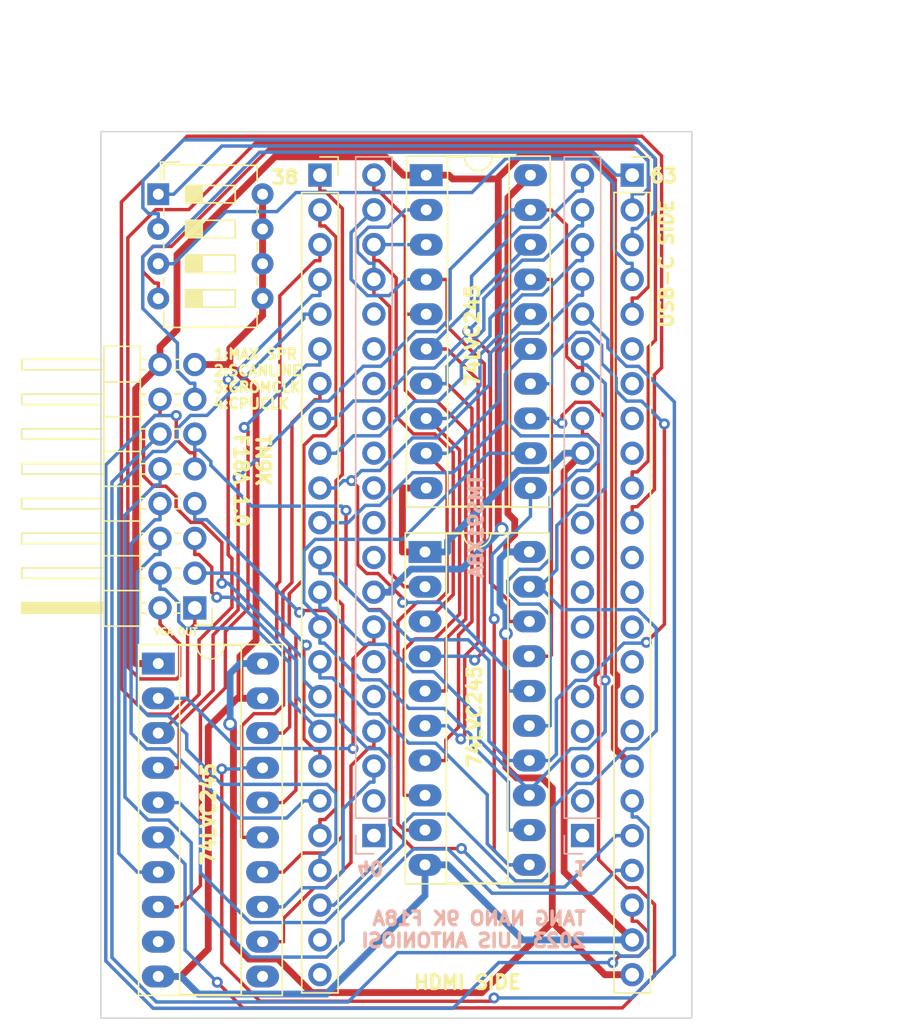
<source format=kicad_pcb>
(kicad_pcb (version 20221018) (generator pcbnew)
  (layers (0 "F.Cu" signal) (31 "B.Cu" signal) (34 "B.Paste" user) (35 "F.Paste" user) (36 "B.SilkS" user "B.Silkscreen") (37 "F.SilkS" user "F.Silkscreen") (38 "B.Mask" user) (39 "F.Mask" user) (44 "Edge.Cuts" user))
  (net 0 "")
  (net 1 "VCC_3V3")
  (net 2 "GND")
  (net 3 "VS_3V3")
  (net 4 "USR1_1V8")
  (net 5 "USR2_1V8")
  (net 6 "USR3_1V8")
  (net 7 "USR4_1V8")
  (net 12 "R2_3V3")
  (net 13 "R3_3V3")
  (net 20 "VCC")
  (net 21 "B0_3V3")
  (net 22 "B1_3V3")
  (net 23 "B2_3V3")
  (net 24 "B3_3V3")
  (net 40 "MODE_3V3")
  (net 41 "~{CSW_3V3}")
  (net 42 "~{CSR_3V3}")
  (net 43 "~{INT_3V3}")
  (net 44 "CPUCLK_3V3")
  (net 45 "GROMCLK_3V3")
  (net 46 "~{RESET_3V3}")
  (net 47 "CD0_3V3")
  (net 48 "CD1_3V3")
  (net 49 "CD2_3V3")
  (net 50 "CD3_3V3")
  (net 51 "CD4_3V3")
  (net 52 "CD5_3V3")
  (net 53 "CD6_3V3")
  (net 54 "CD7_3V3")
  (net 55 "HS_3V3")
  (net 56 "R0_3V3")
  (net 57 "R1_3V3")
  (net 58 "G0_3V3")
  (net 59 "G1_3V3")
  (net 60 "G2_3V3")
  (net 61 "G3_3V3")
  (net 64 "COMVID")
  (net 66 "MODE")
  (net 67 "~{CSW}")
  (net 68 "~{CSR}")
  (net 69 "~{INT}")
  (net 70 "CD7")
  (net 71 "CD6")
  (net 72 "CD5")
  (net 73 "CD4")
  (net 74 "CD3")
  (net 75 "CD2")
  (net 76 "CD1")
  (net 77 "CD0")
  (net 78 "~{RESET}")
  (net 79 "GROMCLK")
  (net 80 "CPUCLK")
  (net 82 "EXTVDP")
  (footprint "Package_DIP:DIP-20_W7.62mm_Socket_LongPads" (layer "F.Cu") (at 138.811 85.852)
    (fp_text reference "U3" hide)
    (fp_text value "SN74LVC245")
  )
  (footprint "Connector_PinSocket_2.54mm:PinSocket_1x24_P2.54mm_Vertical" (layer "F.Cu") (at 150.622 50.165)
    (fp_text reference "J3" hide)
    (fp_text value "Conn_01x24")
  )
  (footprint "Button_Switch_THT:SW_DIP_SPSTx04_Slide_6.7x11.72mm_W7.62mm_P2.54mm_LowProfile" (layer "F.Cu") (at 138.811 51.562)
    (fp_text reference "J5" hide)
    (fp_text value "Conn_02x04_Counter_Clockwise")
  )
  (footprint "Connector_PinHeader_2.54mm:PinHeader_2x08_P2.54mm_Horizontal" (layer "F.Cu") (at 141.478 81.788 180)
    (fp_text reference "J6" hide)
    (fp_text value "Conn_02x08_Odd_Even")
  )
  (footprint "Connector_PinSocket_2.54mm:PinSocket_1x24_P2.54mm_Vertical" (layer "F.Cu") (at 173.4389 50.165)
    (fp_text reference "J4" hide)
    (fp_text value "Conn_01x24")
  )
  (footprint "Package_DIP:DIP-20_W7.62mm_Socket_LongPads" (layer "F.Cu") (at 158.3867 50.17)
    (fp_text reference "U2" hide)
    (fp_text value "SN74LVC245")
  )
  (footprint "Package_DIP:DIP-20_W7.62mm_Socket_LongPads" (layer "F.Cu") (at 158.3005 77.6986)
    (fp_text reference "U1" hide)
    (fp_text value "SN74LVC245")
  )
  (footprint "Connector_PinHeader_2.54mm:PinHeader_1x20_P2.54mm_Vertical" (layer "B.Cu") (at 154.5667 98.42)
    (fp_text reference "J2" hide)
    (fp_text value "Conn_01x20")
  )
  (footprint "Connector_PinHeader_2.54mm:PinHeader_1x20_P2.54mm_Vertical" (layer "B.Cu") (at 169.8067 98.42)
    (fp_text reference "J1" hide)
    (fp_text value "Conn_01x20")
  )
  (gr_line (start 177.8 46.99) (end 177.8 111.76) (stroke (width 0.1)) (layer "Edge.Cuts"))
  (gr_line (start 134.62 46.99) (end 177.8 46.99) (stroke (width 0.1)) (layer "Edge.Cuts"))
  (gr_line (start 134.62 111.76) (end 134.62 46.99) (stroke (width 0.1)) (layer "Edge.Cuts"))
  (gr_line (start 177.8 111.76) (end 134.62 111.76) (stroke (width 0.1)) (layer "Edge.Cuts"))
  (gr_text "40" (at 153.162 100.203 180) (layer "B.SilkS") (effects (font (size 1 1) (thickness 0.25) bold) (justify left bottom mirror)))
  (gr_text "1" (at 169.037 100.203 180) (layer "B.SilkS") (effects (font (size 1 1) (thickness 0.25) bold) (justify left bottom mirror)))
  (gr_text "TMS91X8A" (at 162.6108 71.882 90) (layer "B.SilkS") (effects (font (size 1 1) (thickness 0.25) bold) (justify left bottom mirror)))
  (gr_text "TANG NANO 9K F18A\n2023 LUIS ANTONIOSI" (at 170.18 106.68) (layer "B.SilkS") (effects (font (size 1 1) (thickness 0.25) bold) (justify left bottom mirror)))
  (gr_text "74LVC245" (at 162.3568 65.786 90) (layer "F.SilkS") (effects (font (size 1 1) (thickness 0.25) bold) (justify left bottom)))
  (gr_text "74LVC245" (at 162.5092 93.599 90) (layer "F.SilkS") (effects (font (size 1 1) (thickness 0.25) bold) (justify left bottom)))
  (gr_text "TN9K\nF18A 1.0" (at 144.272 68.961 -90) (layer "F.SilkS") (effects (font (size 1 1) (thickness 0.25) bold) (justify left bottom)))
  (gr_text "1:MAX SPR\n2:SCANLINE\n3:GROMCLK\n4:CPUCLK" (at 142.748 67.31) (layer "F.SilkS") (effects (font (size 0.75 0.75) (thickness 0.1875) bold) (justify left bottom)))
  (gr_text "74LVC245" (at 143.0682 100.7314 90) (layer "F.SilkS") (effects (font (size 1 1) (thickness 0.25) bold) (justify left bottom)))
  (gr_text "USB-C SIDE" (at 176.53 61.468 90) (layer "F.SilkS") (effects (font (size 1 1) (thickness 0.25) bold) (justify left bottom)))
  (gr_text "VGA OUT" (at 138.43 83.82) (layer "F.SilkS") (effects (font (size 0.5 0.5) (thickness 0.125) bold) (justify left bottom)))
  (gr_text "HDMI SIDE" (at 157.353 109.728) (layer "F.SilkS") (effects (font (size 1 1) (thickness 0.25) bold) (justify left bottom)))
  (gr_text "38" (at 146.939 50.927) (layer "F.SilkS") (effects (font (size 1 1) (thickness 0.25) bold) (justify left bottom)))
  (gr_text "63" (at 174.625 50.8) (layer "F.SilkS") (effects (font (size 1 1) (thickness 0.25) bold) (justify left bottom)))
  (segment (start 164.2704 77.6986) (end 164.2704 76.9976) (width 0.5) (layer "F.Cu") (net 1))
  (segment (start 164.2104 93.423) (end 164.996 94.2086) (width 0.5) (layer "F.Cu") (net 1))
  (segment (start 167.6001 104.7431) (end 171.442 108.585) (width 0.5) (layer "F.Cu") (net 1))
  (segment (start 164.8551 75.3831) (end 164.3565 74.8845) (width 0.5) (layer "F.Cu") (net 1))
  (segment (start 164.2104 83.66) (end 164.2104 93.423) (width 0.5) (layer "F.Cu") (net 1))
  (segment (start 164.996 94.2086) (end 166.8505 94.2086) (width 0.5) (layer "F.Cu") (net 1))
  (segment (start 144.3004 90.5) (end 144.06 90.2596) (width 0.5) (layer "F.Cu") (net 1))
  (segment (start 171.442 108.585) (end 172.1388 108.585) (width 0.5) (layer "F.Cu") (net 1))
  (segment (start 167.6001 94.9582) (end 167.6001 104.7431) (width 0.5) (layer "F.Cu") (net 1))
  (segment (start 144.3004 106.3012) (end 144.3004 90.5) (width 0.5) (layer "F.Cu") (net 1))
  (segment (start 173.4389 108.585) (end 172.1388 108.585) (width 0.5) (layer "F.Cu") (net 1))
  (segment (start 165.9205 77.6986) (end 164.2704 77.6986) (width 0.5) (layer "F.Cu") (net 1))
  (segment (start 164.3565 51.8202) (end 166.0067 50.17) (width 0.5) (layer "F.Cu") (net 1))
  (segment (start 150.014 109.8947) (end 147.5611 107.4418) (width 0.5) (layer "F.Cu") (net 1))
  (segment (start 164.8551 76.4129) (end 164.8551 75.3831) (width 0.5) (layer "F.Cu") (net 1))
  (segment (start 164.2704 76.9976) (end 164.8551 76.4129) (width 0.5) (layer "F.Cu") (net 1))
  (segment (start 167.6001 104.7431) (end 162.4485 109.8947) (width 0.5) (layer "F.Cu") (net 1))
  (segment (start 166.8505 94.2086) (end 167.6001 94.9582) (width 0.5) (layer "F.Cu") (net 1))
  (segment (start 145.441 107.4418) (end 144.3004 106.3012) (width 0.5) (layer "F.Cu") (net 1))
  (segment (start 147.5611 107.4418) (end 145.441 107.4418) (width 0.5) (layer "F.Cu") (net 1))
  (segment (start 162.4485 109.8947) (end 150.014 109.8947) (width 0.5) (layer "F.Cu") (net 1))
  (segment (start 164.3565 74.8845) (end 164.3565 51.8202) (width 0.5) (layer "F.Cu") (net 1))
  (via (at 164.2104 83.66) (size 1) (drill 0.6) (layers "F.Cu" "B.Cu") (net 1))
  (via (at 144.06 90.2596) (size 1) (drill 0.6) (layers "F.Cu" "B.Cu") (net 1))
  (segment (start 144.06 86.5729) (end 144.7809 85.852) (width 0.5) (layer "B.Cu") (net 1))
  (segment (start 144.06 90.2596) (end 144.06 86.5729) (width 0.5) (layer "B.Cu") (net 1))
  (segment (start 164.2104 83.66) (end 164.2104 81.8747) (width 0.5) (layer "B.Cu") (net 1))
  (segment (start 163.7777 78.1913) (end 164.2704 77.6986) (width 0.5) (layer "B.Cu") (net 1))
  (segment (start 163.7777 81.442) (end 163.7777 78.1913) (width 0.5) (layer "B.Cu") (net 1))
  (segment (start 164.2104 81.8747) (end 163.7777 81.442) (width 0.5) (layer "B.Cu") (net 1))
  (segment (start 146.431 85.852) (end 144.7809 85.852) (width 0.5) (layer "B.Cu") (net 1))
  (segment (start 165.9205 77.6986) (end 164.2704 77.6986) (width 0.5) (layer "B.Cu") (net 1))
  (segment (start 145.9578 84.1572) (end 145.9578 65.9246) (width 0.5) (layer "F.Cu") (net 2))
  (segment (start 144.5839 88.392) (end 142.4631 90.5128) (width 0.5) (layer "F.Cu") (net 2))
  (segment (start 168.4628 101.0689) (end 173.4389 106.045) (width 0.5) (layer "F.Cu") (net 2))
  (segment (start 158.3867 73.03) (end 156.7366 73.03) (width 0.5) (layer "F.Cu") (net 2))
  (segment (start 146.431 56.642) (end 146.431 54.102) (width 0.5) (layer "F.Cu") (net 2))
  (segment (start 146.431 51.562) (end 146.431 54.102) (width 0.5) (layer "F.Cu") (net 2))
  (segment (start 146.431 59.182) (end 146.431 60.4321) (width 0.5) (layer "F.Cu") (net 2))
  (segment (start 146.431 88.392) (end 144.7808 88.392) (width 0.5) (layer "F.Cu") (net 2))
  (segment (start 144.7808 85.3342) (end 145.9578 84.1572) (width 0.5) (layer "F.Cu") (net 2))
  (segment (start 144.0412 64.008) (end 141.478 64.008) (width 0.5) (layer "F.Cu") (net 2))
  (segment (start 145.9578 65.9246) (end 144.0412 64.008) (width 0.5) (layer "F.Cu") (net 2))
  (segment (start 168.4628 71.8239) (end 168.4628 101.0689) (width 0.5) (layer "F.Cu") (net 2))
  (segment (start 146.431 60.4321) (end 144.0412 62.8219) (width 0.5) (layer "F.Cu") (net 2))
  (segment (start 146.431 56.642) (end 146.431 59.182) (width 0.5) (layer "F.Cu") (net 2))
  (segment (start 144.0412 62.8219) (end 144.0412 64.008) (width 0.5) (layer "F.Cu") (net 2))
  (segment (start 144.7808 88.392) (end 144.7808 85.3342) (width 0.5) (layer "F.Cu") (net 2))
  (segment (start 138.811 108.712) (end 140.4611 108.712) (width 0.5) (layer "F.Cu") (net 2))
  (segment (start 142.4631 90.5128) (end 142.4631 106.71) (width 0.5) (layer "F.Cu") (net 2))
  (segment (start 158.3005 77.6986) (end 156.6504 77.6986) (width 0.5) (layer "F.Cu") (net 2))
  (segment (start 156.7366 73.03) (end 156.6504 73.1162) (width 0.5) (layer "F.Cu") (net 2))
  (segment (start 144.7808 88.392) (end 144.5839 88.392) (width 0.5) (layer "F.Cu") (net 2))
  (segment (start 142.4631 106.71) (end 140.4611 108.712) (width 0.5) (layer "F.Cu") (net 2))
  (segment (start 156.6504 73.1162) (end 156.6504 77.6986) (width 0.5) (layer "F.Cu") (net 2))
  (segment (start 169.8067 70.48) (end 168.4628 71.8239) (width 0.5) (layer "F.Cu") (net 2))
  (segment (start 167.2464 71.7402) (end 165.1277 71.7402) (width 0.5) (layer "B.Cu") (net 2))
  (segment (start 165.1277 71.7402) (end 159.9506 76.9173) (width 0.5) (layer "B.Cu") (net 2))
  (segment (start 168.5066 70.48) (end 167.2464 71.7402) (width 0.5) (layer "B.Cu") (net 2))
  (segment (start 138.811 108.712) (end 140.4611 108.712) (width 0.5) (layer "B.Cu") (net 2))
  (segment (start 141.7451 109.996) (end 151.0987 109.996) (width 0.5) (layer "B.Cu") (net 2))
  (segment (start 172.1388 106.045) (end 165.437 106.045) (width 0.5) (layer "B.Cu") (net 2))
  (segment (start 158.3005 102.7942) (end 158.3005 100.5586) (width 0.5) (layer "B.Cu") (net 2))
  (segment (start 173.4389 106.045) (end 172.1388 106.045) (width 0.5) (layer "B.Cu") (net 2))
  (segment (start 169.8067 70.48) (end 168.5066 70.48) (width 0.5) (layer "B.Cu") (net 2))
  (segment (start 158.3005 100.5586) (end 159.9506 100.5586) (width 0.5) (layer "B.Cu") (net 2))
  (segment (start 158.3005 77.6986) (end 159.9506 77.6986) (width 0.5) (layer "B.Cu") (net 2))
  (segment (start 165.437 106.045) (end 159.9506 100.5586) (width 0.5) (layer "B.Cu") (net 2))
  (segment (start 140.4611 108.712) (end 141.7451 109.996) (width 0.5) (layer "B.Cu") (net 2))
  (segment (start 151.0987 109.996) (end 158.3005 102.7942) (width 0.5) (layer "B.Cu") (net 2))
  (segment (start 159.9506 76.9173) (end 159.9506 77.6986) (width 0.5) (layer "B.Cu") (net 2))
  (segment (start 137.7361 72.1687) (end 137.7361 68.5597) (width 0.25) (layer "F.Cu") (net 3))
  (segment (start 137.7361 68.5597) (end 138.5727 67.7231) (width 0.25) (layer "F.Cu") (net 3))
  (segment (start 141.9685 75.5328) (end 141.1787 75.5328) (width 0.25) (layer "F.Cu") (net 3))
  (segment (start 138.5727 67.7231) (end 138.938 67.7231) (width 0.25) (layer "F.Cu") (net 3))
  (segment (start 138.938 66.548) (end 138.938 67.7231) (width 0.25) (layer "F.Cu") (net 3))
  (segment (start 140.1132 73.6423) (end 139.3689 72.898) (width 0.25) (layer "F.Cu") (net 3))
  (segment (start 140.1132 74.4673) (end 140.1132 73.6423) (width 0.25) (layer "F.Cu") (net 3))
  (segment (start 138.4654 72.898) (end 137.7361 72.1687) (width 0.25) (layer "F.Cu") (net 3))
  (segment (start 141.1787 75.5328) (end 140.1132 74.4673) (width 0.25) (layer "F.Cu") (net 3))
  (segment (start 143.4571 79.9854) (end 143.4571 77.0214) (width 0.25) (layer "F.Cu") (net 3))
  (segment (start 143.4571 77.0214) (end 141.9685 75.5328) (width 0.25) (layer "F.Cu") (net 3))
  (segment (start 139.3689 72.898) (end 138.4654 72.898) (width 0.25) (layer "F.Cu") (net 3))
  (via (at 143.4571 79.9854) (size 0.8) (drill 0.4) (layers "F.Cu" "B.Cu") (net 3))
  (segment (start 143.9155 79.9854) (end 143.4571 79.9854) (width 0.25) (layer "B.Cu") (net 3))
  (segment (start 149.4468 87.0898) (end 149.4468 85.5167) (width 0.25) (layer "B.Cu") (net 3))
  (segment (start 150.622 88.265) (end 149.4468 87.0898) (width 0.25) (layer "B.Cu") (net 3))
  (segment (start 149.4468 85.5167) (end 143.9155 79.9854) (width 0.25) (layer "B.Cu") (net 3))
  (segment (start 173.4389 52.705) (end 173.4389 51.5299) (width 0.25) (layer "B.Cu") (net 4))
  (segment (start 174.614 49.1578) (end 174.614 51.1496) (width 0.25) (layer "B.Cu") (net 4))
  (segment (start 143.4574 48.0407) (end 173.4969 48.0407) (width 0.25) (layer "B.Cu") (net 4))
  (segment (start 174.2337 51.5299) (end 173.4389 51.5299) (width 0.25) (layer "B.Cu") (net 4))
  (segment (start 173.4969 48.0407) (end 174.614 49.1578) (width 0.25) (layer "B.Cu") (net 4))
  (segment (start 174.614 51.1496) (end 174.2337 51.5299) (width 0.25) (layer "B.Cu") (net 4))
  (segment (start 139.9361 51.562) (end 143.4574 48.0407) (width 0.25) (layer "B.Cu") (net 4))
  (segment (start 138.811 51.562) (end 139.9361 51.562) (width 0.25) (layer "B.Cu") (net 4))
  (segment (start 175.0974 48.9382) (end 173.7498 47.5906) (width 0.25) (layer "B.Cu") (net 5))
  (segment (start 138.1078 52.9769) (end 138.811 52.9769) (width 0.25) (layer "B.Cu") (net 5))
  (segment (start 173.4389 54.0699) (end 173.8041 54.0699) (width 0.25) (layer "B.Cu") (net 5))
  (segment (start 138.811 54.102) (end 138.811 52.9769) (width 0.25) (layer "B.Cu") (net 5))
  (segment (start 173.8041 54.0699) (end 175.0974 52.7766) (width 0.25) (layer "B.Cu") (net 5))
  (segment (start 137.6858 50.5634) (end 137.6858 52.5549) (width 0.25) (layer "B.Cu") (net 5))
  (segment (start 173.7498 47.5906) (end 140.6586 47.5906) (width 0.25) (layer "B.Cu") (net 5))
  (segment (start 140.6586 47.5906) (end 137.6858 50.5634) (width 0.25) (layer "B.Cu") (net 5))
  (segment (start 137.6858 52.5549) (end 138.1078 52.9769) (width 0.25) (layer "B.Cu") (net 5))
  (segment (start 175.0974 52.7766) (end 175.0974 48.9382) (width 0.25) (layer "B.Cu") (net 5))
  (segment (start 173.4389 55.245) (end 173.4389 54.0699) (width 0.25) (layer "B.Cu") (net 5))
  (segment (start 172.0741 55.6104) (end 173.0736 56.6099) (width 0.25) (layer "B.Cu") (net 6))
  (segment (start 161.7169 51.44) (end 164.1871 48.9698) (width 0.25) (layer "B.Cu") (net 6))
  (segment (start 138.811 56.642) (end 139.9361 56.642) (width 0.25) (layer "B.Cu") (net 6))
  (segment (start 173.0736 56.6099) (end 173.4389 56.6099) (width 0.25) (layer "B.Cu") (net 6))
  (segment (start 139.9361 56.642) (end 143.7461 52.832) (width 0.25) (layer "B.Cu") (net 6))
  (segment (start 143.7461 52.832) (end 147.4776 52.832) (width 0.25) (layer "B.Cu") (net 6))
  (segment (start 148.8696 51.44) (end 161.7169 51.44) (width 0.25) (layer "B.Cu") (net 6))
  (segment (start 164.1871 48.9698) (end 170.2824 48.9698) (width 0.25) (layer "B.Cu") (net 6))
  (segment (start 147.4776 52.832) (end 148.8696 51.44) (width 0.25) (layer "B.Cu") (net 6))
  (segment (start 173.4389 57.785) (end 173.4389 56.6099) (width 0.25) (layer "B.Cu") (net 6))
  (segment (start 170.2824 48.9698) (end 172.0741 50.7615) (width 0.25) (layer "B.Cu") (net 6))
  (segment (start 172.0741 50.7615) (end 172.0741 55.6104) (width 0.25) (layer "B.Cu") (net 6))
  (segment (start 174.6609 49.159) (end 174.6609 58.2931) (width 0.25) (layer "F.Cu") (net 7))
  (segment (start 138.811 59.182) (end 138.811 58.0569) (width 0.25) (layer "F.Cu") (net 7))
  (segment (start 138.811 58.0569) (end 138.5297 58.0569) (width 0.25) (layer "F.Cu") (net 7))
  (segment (start 174.6609 58.2931) (end 173.8041 59.1499) (width 0.25) (layer "F.Cu") (net 7))
  (segment (start 138.5297 58.0569) (end 137.6763 57.2035) (width 0.25) (layer "F.Cu") (net 7))
  (segment (start 137.6763 56.1275) (end 138.4318 55.372) (width 0.25) (layer "F.Cu") (net 7))
  (segment (start 173.7556 48.2537) (end 174.6609 49.159) (width 0.25) (layer "F.Cu") (net 7))
  (segment (start 139.7687 55.372) (end 146.887 48.2537) (width 0.25) (layer "F.Cu") (net 7))
  (segment (start 137.6763 57.2035) (end 137.6763 56.1275) (width 0.25) (layer "F.Cu") (net 7))
  (segment (start 138.4318 55.372) (end 139.7687 55.372) (width 0.25) (layer "F.Cu") (net 7))
  (segment (start 146.887 48.2537) (end 173.7556 48.2537) (width 0.25) (layer "F.Cu") (net 7))
  (segment (start 173.4389 60.325) (end 173.4389 59.1499) (width 0.25) (layer "F.Cu") (net 7))
  (segment (start 173.8041 59.1499) (end 173.4389 59.1499) (width 0.25) (layer "F.Cu") (net 7))
  (segment (start 149.6297 84.5074) (end 149.4468 84.6903) (width 0.25) (layer "F.Cu") (net 12))
  (segment (start 150.2548 92.1699) (end 150.622 92.1699) (width 0.25) (layer "F.Cu") (net 12))
  (segment (start 150.622 93.345) (end 150.622 92.1699) (width 0.25) (layer "F.Cu") (net 12))
  (segment (start 149.4468 84.6903) (end 149.4468 91.3619) (width 0.25) (layer "F.Cu") (net 12))
  (segment (start 149.4468 91.3619) (end 150.2548 92.1699) (width 0.25) (layer "F.Cu") (net 12))
  (via (at 149.6297 84.5074) (size 0.8) (drill 0.4) (layers "F.Cu" "B.Cu") (net 12))
  (segment (start 144.3703 79.248) (end 149.6297 84.5074) (width 0.25) (layer "B.Cu") (net 12))
  (segment (start 141.478 79.248) (end 144.3703 79.248) (width 0.25) (layer "B.Cu") (net 12))
  (segment (start 138.938 79.248) (end 138.938 80.4231) (width 0.25) (layer "B.Cu") (net 13))
  (segment (start 139.3032 80.4231) (end 140.3028 81.4227) (width 0.25) (layer "B.Cu") (net 13))
  (segment (start 140.8014 83.2766) (end 145.8922 83.2766) (width 0.25) (layer "B.Cu") (net 13))
  (segment (start 148.3956 85.78) (end 148.3956 88.5786) (width 0.25) (layer "B.Cu") (net 13))
  (segment (start 148.3956 88.5786) (end 150.622 90.805) (width 0.25) (layer "B.Cu") (net 13))
  (segment (start 138.938 80.4231) (end 139.3032 80.4231) (width 0.25) (layer "B.Cu") (net 13))
  (segment (start 140.3028 82.778) (end 140.8014 83.2766) (width 0.25) (layer "B.Cu") (net 13))
  (segment (start 145.8922 83.2766) (end 148.3956 85.78) (width 0.25) (layer "B.Cu") (net 13))
  (segment (start 140.3028 81.4227) (end 140.3028 82.778) (width 0.25) (layer "B.Cu") (net 13))
  (segment (start 172.3146 87.437) (end 172.3146 86.7326) (width 0.5) (layer "F.Cu") (net 20))
  (segment (start 138.938 64.008) (end 138.938 62.7079) (width 0.5) (layer "F.Cu") (net 20))
  (segment (start 155.3955 48.8289) (end 156.7366 50.17) (width 0.5) (layer "F.Cu") (net 20))
  (segment (start 163.5518 50.4458) (end 160.3126 50.4458) (width 0.5) (layer "F.Cu") (net 20))
  (segment (start 173.4389 93.345) (end 172.1327 92.0388) (width 0.5) (layer "F.Cu") (net 20))
  (segment (start 172.3146 86.7326) (end 172.0721 86.4901) (width 0.5) (layer "F.Cu") (net 20))
  (segment (start 170.4084 48.853) (end 165.1446 48.853) (width 0.5) (layer "F.Cu") (net 20))
  (segment (start 172.1327 92.0388) (end 172.1327 87.6189) (width 0.5) (layer "F.Cu") (net 20))
  (segment (start 163.6549 75.7691) (end 163.905 76.0192) (width 0.5) (layer "F.Cu") (net 20))
  (segment (start 165.1446 48.853) (end 163.5518 50.4458) (width 0.5) (layer "F.Cu") (net 20))
  (segment (start 172.1327 87.6189) (end 172.3146 87.437) (width 0.5) (layer "F.Cu") (net 20))
  (segment (start 158.3867 50.17) (end 156.7366 50.17) (width 0.5) (layer "F.Cu") (net 20))
  (segment (start 172.0721 50.5167) (end 170.4084 48.853) (width 0.5) (layer "F.Cu") (net 20))
  (segment (start 172.0721 86.4901) (end 172.0721 50.5167) (width 0.5) (layer "F.Cu") (net 20))
  (segment (start 163.6549 50.5489) (end 163.6549 75.7691) (width 0.5) (layer "F.Cu") (net 20))
  (segment (start 158.3867 50.17) (end 160.0368 50.17) (width 0.5) (layer "F.Cu") (net 20))
  (segment (start 137.1609 65.7851) (end 138.938 64.008) (width 0.5) (layer "F.Cu") (net 20))
  (segment (start 160.3126 50.4458) (end 160.0368 50.17) (width 0.5) (layer "F.Cu") (net 20))
  (segment (start 138.938 62.7079) (end 140.1778 61.4681) (width 0.5) (layer "F.Cu") (net 20))
  (segment (start 137.1609 85.852) (end 137.1609 65.7851) (width 0.5) (layer "F.Cu") (net 20))
  (segment (start 140.1778 55.9834) (end 147.3323 48.8289) (width 0.5) (layer "F.Cu") (net 20))
  (segment (start 138.811 85.852) (end 137.1609 85.852) (width 0.5) (layer "F.Cu") (net 20))
  (segment (start 163.5518 50.4458) (end 163.6549 50.5489) (width 0.5) (layer "F.Cu") (net 20))
  (segment (start 147.3323 48.8289) (end 155.3955 48.8289) (width 0.5) (layer "F.Cu") (net 20))
  (segment (start 140.1778 61.4681) (end 140.1778 55.9834) (width 0.5) (layer "F.Cu") (net 20))
  (via (at 163.905 76.0192) (size 1) (drill 0.6) (layers "F.Cu" "B.Cu") (net 20))
  (segment (start 154.5667 80.64) (end 155.8668 80.64) (width 0.5) (layer "B.Cu") (net 20))
  (segment (start 157.2886 78.9488) (end 160.9754 78.9488) (width 0.5) (layer "B.Cu") (net 20))
  (segment (start 160.9754 78.9488) (end 163.905 76.0192) (width 0.5) (layer "B.Cu") (net 20))
  (segment (start 155.8668 80.3706) (end 157.2886 78.9488) (width 0.5) (layer "B.Cu") (net 20))
  (segment (start 155.8668 80.64) (end 155.8668 80.3706) (width 0.5) (layer "B.Cu") (net 20))
  (segment (start 173.4389 103.505) (end 173.4389 104.6801) (width 0.25) (layer "F.Cu") (net 21))
  (segment (start 174.6237 106.5594) (end 173.9629 107.2202) (width 0.25) (layer "F.Cu") (net 21))
  (segment (start 141.478 71.628) (end 141.478 70.4529) (width 0.25) (layer "F.Cu") (net 21))
  (segment (start 140.1235 69.4637) (end 141.1127 70.4529) (width 0.25) (layer "F.Cu") (net 21))
  (segment (start 141.1127 70.4529) (end 141.478 70.4529) (width 0.25) (layer "F.Cu") (net 21))
  (segment (start 140.1235 67.7339) (end 140.1235 69.4637) (width 0.25) (layer "F.Cu") (net 21))
  (segment (start 173.8061 104.6801) (end 174.6237 105.4977) (width 0.25) (layer "F.Cu") (net 21))
  (segment (start 174.6237 105.4977) (end 174.6237 106.5594) (width 0.25) (layer "F.Cu") (net 21))
  (segment (start 173.4389 104.6801) (end 173.8061 104.6801) (width 0.25) (layer "F.Cu") (net 21))
  (segment (start 173.9629 107.2202) (end 172.4968 107.2202) (width 0.25) (layer "F.Cu") (net 21))
  (segment (start 172.4968 107.2202) (end 172.0162 107.7008) (width 0.25) (layer "F.Cu") (net 21))
  (via (at 140.1235 67.7339) (size 0.8) (drill 0.4) (layers "F.Cu" "B.Cu") (net 21))
  (via (at 172.0162 107.7008) (size 0.8) (drill 0.4) (layers "F.Cu" "B.Cu") (net 21))
  (segment (start 138.4357 111.0394) (end 134.9756 107.5793) (width 0.25) (layer "B.Cu") (net 21))
  (segment (start 160.3453 111.0394) (end 138.4357 111.0394) (width 0.25) (layer "B.Cu") (net 21))
  (segment (start 172.0162 107.7008) (end 163.6839 107.7008) (width 0.25) (layer "B.Cu") (net 21))
  (segment (start 134.9756 107.5793) (end 134.9756 71.3429) (width 0.25) (layer "B.Cu") (net 21))
  (segment (start 138.5846 67.7339) (end 140.1235 67.7339) (width 0.25) (layer "B.Cu") (net 21))
  (segment (start 134.9756 71.3429) (end 138.5846 67.7339) (width 0.25) (layer "B.Cu") (net 21))
  (segment (start 163.6839 107.7008) (end 160.3453 111.0394) (width 0.25) (layer "B.Cu") (net 21))
  (segment (start 138.5727 72.8031) (end 136.3747 75.0011) (width 0.25) (layer "B.Cu") (net 22))
  (segment (start 136.3747 95.5996) (end 138.0571 97.282) (width 0.25) (layer "B.Cu") (net 22))
  (segment (start 151.1164 107.2972) (end 152.3101 106.1035) (width 0.25) (layer "B.Cu") (net 22))
  (segment (start 141.218 98.943) (end 141.218 102.9632) (width 0.25) (layer "B.Cu") (net 22))
  (segment (start 136.3747 75.0011) (end 136.3747 95.5996) (width 0.25) (layer "B.Cu") (net 22))
  (segment (start 138.938 72.8031) (end 138.5727 72.8031) (width 0.25) (layer "B.Cu") (net 22))
  (segment (start 159.9734 99.4015) (end 163.2022 102.6303) (width 0.25) (layer "B.Cu") (net 22))
  (segment (start 145.552 107.2972) (end 151.1164 107.2972) (width 0.25) (layer "B.Cu") (net 22))
  (segment (start 139.557 97.282) (end 141.218 98.943) (width 0.25) (layer "B.Cu") (net 22))
  (segment (start 173.4389 100.965) (end 172.2638 100.965) (width 0.25) (layer "B.Cu") (net 22))
  (segment (start 170.5985 102.6303) (end 172.2638 100.965) (width 0.25) (layer "B.Cu") (net 22))
  (segment (start 152.3101 104.5494) (end 157.458 99.4015) (width 0.25) (layer "B.Cu") (net 22))
  (segment (start 141.218 102.9632) (end 145.552 107.2972) (width 0.25) (layer "B.Cu") (net 22))
  (segment (start 138.0571 97.282) (end 139.557 97.282) (width 0.25) (layer "B.Cu") (net 22))
  (segment (start 157.458 99.4015) (end 159.9734 99.4015) (width 0.25) (layer "B.Cu") (net 22))
  (segment (start 163.2022 102.6303) (end 170.5985 102.6303) (width 0.25) (layer "B.Cu") (net 22))
  (segment (start 138.938 71.628) (end 138.938 72.8031) (width 0.25) (layer "B.Cu") (net 22))
  (segment (start 152.3101 106.1035) (end 152.3101 104.5494) (width 0.25) (layer "B.Cu") (net 22))
  (segment (start 157.4196 99.367) (end 155.7479 97.6953) (width 0.25) (layer "F.Cu") (net 23))
  (segment (start 155.7479 82.6173) (end 155.0406 81.91) (width 0.25) (layer "F.Cu") (net 23))
  (segment (start 155.0406 81.91) (end 154.1627 81.91) (width 0.25) (layer "F.Cu") (net 23))
  (segment (start 155.7479 97.6953) (end 155.7479 82.6173) (width 0.25) (layer "F.Cu") (net 23))
  (segment (start 152.5282 80.2755) (end 152.5282 74.664) (width 0.25) (layer "F.Cu") (net 23))
  (segment (start 154.1627 81.91) (end 152.5282 80.2755) (width 0.25) (layer "F.Cu") (net 23))
  (segment (start 160.9643 99.367) (end 157.4196 99.367) (width 0.25) (layer "F.Cu") (net 23))
  (via (at 160.9643 99.367) (size 0.8) (drill 0.4) (layers "F.Cu" "B.Cu") (net 23))
  (via (at 152.5282 74.664) (size 0.8) (drill 0.4) (layers "F.Cu" "B.Cu") (net 23))
  (segment (start 172.2638 98.425) (end 168.5086 102.1802) (width 0.25) (layer "B.Cu") (net 23))
  (segment (start 163.7775 102.1802) (end 160.9643 99.367) (width 0.25) (layer "B.Cu") (net 23))
  (segment (start 152.214 74.3498) (end 152.5282 74.664) (width 0.25) (layer "B.Cu") (net 23))
  (segment (start 142.6531 71.0912) (end 142.6531 71.3674) (width 0.25) (layer "B.Cu") (net 23))
  (segment (start 142.6531 71.3674) (end 145.6355 74.3498) (width 0.25) (layer "B.Cu") (net 23))
  (segment (start 145.6355 74.3498) (end 152.214 74.3498) (width 0.25) (layer "B.Cu") (net 23))
  (segment (start 141.478 70.2631) (end 141.825 70.2631) (width 0.25) (layer "B.Cu") (net 23))
  (segment (start 168.5086 102.1802) (end 163.7775 102.1802) (width 0.25) (layer "B.Cu") (net 23))
  (segment (start 173.4389 98.425) (end 172.2638 98.425) (width 0.25) (layer "B.Cu") (net 23))
  (segment (start 141.478 69.088) (end 141.478 70.2631) (width 0.25) (layer "B.Cu") (net 23))
  (segment (start 141.825 70.2631) (end 142.6531 71.0912) (width 0.25) (layer "B.Cu") (net 23))
  (segment (start 135.4258 107.3312) (end 135.4258 72.6002) (width 0.25) (layer "B.Cu") (net 24))
  (segment (start 173.4389 95.885) (end 173.4389 97.0601) (width 0.25) (layer "B.Cu") (net 24))
  (segment (start 156.2856 106.9757) (end 152.6825 110.5788) (width 0.25) (layer "B.Cu") (net 24))
  (segment (start 152.6825 110.5788) (end 138.6734 110.5788) (width 0.25) (layer "B.Cu") (net 24))
  (segment (start 172.5794 107.2385) (end 172.3166 106.9757) (width 0.25) (layer "B.Cu") (net 24))
  (segment (start 174.6446 106.5015) (end 173.9076 107.2385) (width 0.25) (layer "B.Cu") (net 24))
  (segment (start 138.6734 110.5788) (end 135.4258 107.3312) (width 0.25) (layer "B.Cu") (net 24))
  (segment (start 172.3166 106.9757) (end 156.2856 106.9757) (width 0.25) (layer "B.Cu") (net 24))
  (segment (start 135.4258 72.6002) (end 138.938 69.088) (width 0.25) (layer "B.Cu") (net 24))
  (segment (start 173.4389 97.0601) (end 173.8061 97.0601) (width 0.25) (layer "B.Cu") (net 24))
  (segment (start 173.8061 97.0601) (end 174.6446 97.8986) (width 0.25) (layer "B.Cu") (net 24))
  (segment (start 173.9076 107.2385) (end 172.5794 107.2385) (width 0.25) (layer "B.Cu") (net 24))
  (segment (start 174.6446 97.8986) (end 174.6446 106.5015) (width 0.25) (layer "B.Cu") (net 24))
  (segment (start 152.2858 98.4593) (end 151.0501 99.695) (width 0.25) (layer "F.Cu") (net 40))
  (segment (start 146.431 101.092) (end 147.9561 101.092) (width 0.25) (layer "F.Cu") (net 40))
  (segment (start 152.2607 72.0392) (end 151.8001 72.4998) (width 0.25) (layer "F.Cu") (net 40))
  (segment (start 152.2607 52.6116) (end 152.2607 72.0392) (width 0.25) (layer "F.Cu") (net 40))
  (segment (start 150.622 50.165) (end 150.622 51.3401) (width 0.25) (layer "F.Cu") (net 40))
  (segment (start 151.8001 72.4998) (end 151.8001 81.097) (width 0.25) (layer "F.Cu") (net 40))
  (segment (start 151.0501 99.695) (end 149.3531 99.695) (width 0.25) (layer "F.Cu") (net 40))
  (segment (start 152.2858 81.5827) (end 152.2858 98.4593) (width 0.25) (layer "F.Cu") (net 40))
  (segment (start 150.622 51.3401) (end 150.9892 51.3401) (width 0.25) (layer "F.Cu") (net 40))
  (segment (start 151.8001 81.097) (end 152.2858 81.5827) (width 0.25) (layer "F.Cu") (net 40))
  (segment (start 150.9892 51.3401) (end 152.2607 52.6116) (width 0.25) (layer "F.Cu") (net 40))
  (segment (start 149.3531 99.695) (end 147.9561 101.092) (width 0.25) (layer "F.Cu") (net 40))
  (segment (start 150.622 52.705) (end 150.622 53.8801) (width 0.25) (layer "F.Cu") (net 41))
  (segment (start 150.1409 69.215) (end 151.0335 69.215) (width 0.25) (layer "F.Cu") (net 41))
  (segment (start 151.0335 69.215) (end 151.8022 68.4463) (width 0.25) (layer "F.Cu") (net 41))
  (segment (start 148.3823 80.7568) (end 149.4468 79.6923) (width 0.25) (layer "F.Cu") (net 41))
  (segment (start 148.8704 95.0977) (end 148.8704 83.7327) (width 0.25) (layer "F.Cu") (net 41))
  (segment (start 149.4468 79.6923) (end 149.4468 69.9091) (width 0.25) (layer "F.Cu") (net 41))
  (segment (start 146.431 96.012) (end 147.9561 96.012) (width 0.25) (layer "F.Cu") (net 41))
  (segment (start 150.9892 53.8801) (end 150.622 53.8801) (width 0.25) (layer "F.Cu") (net 41))
  (segment (start 147.9561 96.012) (end 148.8704 95.0977) (width 0.25) (layer "F.Cu") (net 41))
  (segment (start 148.8704 83.7327) (end 148.3823 83.2446) (width 0.25) (layer "F.Cu") (net 41))
  (segment (start 149.4468 69.9091) (end 150.1409 69.215) (width 0.25) (layer "F.Cu") (net 41))
  (segment (start 148.3823 83.2446) (end 148.3823 80.7568) (width 0.25) (layer "F.Cu") (net 41))
  (segment (start 151.8022 68.4463) (end 151.8022 54.6931) (width 0.25) (layer "F.Cu") (net 41))
  (segment (start 151.8022 54.6931) (end 150.9892 53.8801) (width 0.25) (layer "F.Cu") (net 41))
  (segment (start 147.4655 80.0822) (end 147.4655 84.2377) (width 0.25) (layer "F.Cu") (net 42))
  (segment (start 147.328 89.5172) (end 145.7943 89.5172) (width 0.25) (layer "F.Cu") (net 42))
  (segment (start 147.4655 84.2377) (end 147.965 84.7372) (width 0.25) (layer "F.Cu") (net 42))
  (segment (start 147.965 88.8802) (end 147.328 89.5172) (width 0.25) (layer "F.Cu") (net 42))
  (segment (start 144.9059 90.4056) (end 144.9059 98.552) (width 0.25) (layer "F.Cu") (net 42))
  (segment (start 147.965 84.7372) (end 147.965 88.8802) (width 0.25) (layer "F.Cu") (net 42))
  (segment (start 146.431 98.552) (end 144.9059 98.552) (width 0.25) (layer "F.Cu") (net 42))
  (segment (start 147.6907 79.857) (end 147.4655 80.0822) (width 0.25) (layer "F.Cu") (net 42))
  (segment (start 145.7943 89.5172) (end 144.9059 90.4056) (width 0.25) (layer "F.Cu") (net 42))
  (segment (start 150.622 56.4201) (end 150.2548 56.4201) (width 0.25) (layer "F.Cu") (net 42))
  (segment (start 147.6907 58.9842) (end 147.6907 79.857) (width 0.25) (layer "F.Cu") (net 42))
  (segment (start 150.2548 56.4201) (end 147.6907 58.9842) (width 0.25) (layer "F.Cu") (net 42))
  (segment (start 150.622 55.245) (end 150.622 56.4201) (width 0.25) (layer "F.Cu") (net 42))
  (segment (start 138.9701 90.932) (end 141.7908 88.1113) (width 0.25) (layer "F.Cu") (net 43))
  (segment (start 144.1924 81.7369) (end 144.1924 78.1867) (width 0.25) (layer "F.Cu") (net 43))
  (segment (start 141.7908 88.1113) (end 141.7908 84.1385) (width 0.25) (layer "F.Cu") (net 43))
  (segment (start 141.7908 84.1385) (end 144.1924 81.7369) (width 0.25) (layer "F.Cu") (net 43))
  (segment (start 138.811 90.932) (end 138.9701 90.932) (width 0.25) (layer "F.Cu") (net 43))
  (segment (start 144.1924 78.1867) (end 143.9175 77.9118) (width 0.25) (layer "F.Cu") (net 43))
  (segment (start 143.9175 77.9118) (end 143.9175 65.1118) (width 0.25) (layer "F.Cu") (net 43))
  (via (at 143.9175 65.1118) (size 0.8) (drill 0.4) (layers "F.Cu" "B.Cu") (net 43))
  (segment (start 150.622 57.785) (end 150.622 58.9601) (width 0.25) (layer "B.Cu") (net 43))
  (segment (start 150.0692 58.9601) (end 143.9175 65.1118) (width 0.25) (layer "B.Cu") (net 43))
  (segment (start 150.622 58.9601) (end 150.0692 58.9601) (width 0.25) (layer "B.Cu") (net 43))
  (segment (start 140.1844 68.7045) (end 141.1657 67.7232) (width 0.25) (layer "B.Cu") (net 44))
  (segment (start 141.1657 67.7232) (end 142.3657 67.7232) (width 0.25) (layer "B.Cu") (net 44))
  (segment (start 135.9246 99.7307) (end 135.9246 72.8696) (width 0.25) (layer "B.Cu") (net 44))
  (segment (start 139.357 70.358) (end 140.1844 69.5306) (width 0.25) (layer "B.Cu") (net 44))
  (segment (start 137.2859 101.092) (end 135.9246 99.7307) (width 0.25) (layer "B.Cu") (net 44))
  (segment (start 150.622 60.325) (end 149.4469 60.325) (width 0.25) (layer "B.Cu") (net 44))
  (segment (start 138.811 101.092) (end 137.2859 101.092) (width 0.25) (layer "B.Cu") (net 44))
  (segment (start 140.1844 69.5306) (end 140.1844 68.7045) (width 0.25) (layer "B.Cu") (net 44))
  (segment (start 135.9246 72.8696) (end 138.4362 70.358) (width 0.25) (layer "B.Cu") (net 44))
  (segment (start 149.4469 60.642) (end 149.4469 60.325) (width 0.25) (layer "B.Cu") (net 44))
  (segment (start 138.4362 70.358) (end 139.357 70.358) (width 0.25) (layer "B.Cu") (net 44))
  (segment (start 142.3657 67.7232) (end 149.4469 60.642) (width 0.25) (layer "B.Cu") (net 44))
  (segment (start 141.888 89.4507) (end 143.7119 87.6268) (width 0.25) (layer "F.Cu") (net 45))
  (segment (start 141.888 102.0801) (end 141.888 89.4507) (width 0.25) (layer "F.Cu") (net 45))
  (segment (start 145.3678 68.8746) (end 145.0927 68.5995) (width 0.25) (layer "F.Cu") (net 45))
  (segment (start 138.811 103.632) (end 140.3361 103.632) (width 0.25) (layer "F.Cu") (net 45))
  (segment (start 145.3678 81.8562) (end 145.3678 68.8746) (width 0.25) (layer "F.Cu") (net 45))
  (segment (start 143.7119 87.6268) (end 143.7119 83.5121) (width 0.25) (layer "F.Cu") (net 45))
  (segment (start 140.3361 103.632) (end 141.888 102.0801) (width 0.25) (layer "F.Cu") (net 45))
  (segment (start 143.7119 83.5121) (end 145.3678 81.8562) (width 0.25) (layer "F.Cu") (net 45))
  (via (at 145.0927 68.5995) (size 0.8) (drill 0.4) (layers "F.Cu" "B.Cu") (net 45))
  (segment (start 150.622 62.865) (end 150.622 64.0401) (width 0.25) (layer "B.Cu") (net 45))
  (segment (start 149.6521 64.0401) (end 145.0927 68.5995) (width 0.25) (layer "B.Cu") (net 45))
  (segment (start 150.622 64.0401) (end 149.6521 64.0401) (width 0.25) (layer "B.Cu") (net 45))
  (segment (start 148.5768 79.9257) (end 148.5768 68.2581) (width 0.25) (layer "F.Cu") (net 46))
  (segment (start 150.622 65.405) (end 150.622 66.5801) (width 0.25) (layer "F.Cu") (net 46))
  (segment (start 148.5768 68.2581) (end 150.2548 66.5801) (width 0.25) (layer "F.Cu") (net 46))
  (segment (start 147.9157 84.0512) (end 147.9157 80.5868) (width 0.25) (layer "F.Cu") (net 46))
  (segment (start 147.9157 80.5868) (end 148.5768 79.9257) (width 0.25) (layer "F.Cu") (net 46))
  (segment (start 148.4152 84.5507) (end 147.9157 84.0512) (width 0.25) (layer "F.Cu") (net 46))
  (segment (start 148.4152 90.4729) (end 148.4152 84.5507) (width 0.25) (layer "F.Cu") (net 46))
  (segment (start 147.9561 90.932) (end 148.4152 90.4729) (width 0.25) (layer "F.Cu") (net 46))
  (segment (start 146.431 90.932) (end 147.9561 90.932) (width 0.25) (layer "F.Cu") (net 46))
  (segment (start 150.2548 66.5801) (end 150.622 66.5801) (width 0.25) (layer "F.Cu") (net 46))
  (segment (start 163.0798 63.2289) (end 161.426 61.5751) (width 0.25) (layer "F.Cu") (net 47))
  (segment (start 165.9205 82.7786) (end 164.3954 82.7786) (width 0.25) (layer "F.Cu") (net 47))
  (segment (start 163.0798 79.9379) (end 163.0798 63.2289) (width 0.25) (layer "F.Cu") (net 47))
  (segment (start 164.3954 82.7786) (end 164.3954 81.2535) (width 0.25) (layer "F.Cu") (net 47))
  (segment (start 164.3954 81.2535) (end 163.0798 79.9379) (width 0.25) (layer "F.Cu") (net 47))
  (via (at 161.426 61.5751) (size 0.8) (drill 0.4) (layers "F.Cu" "B.Cu") (net 47))
  (segment (start 150.622 67.945) (end 151.7971 67.945) (width 0.25) (layer "B.Cu") (net 47))
  (segment (start 162.1501 58.9874) (end 165.8875 55.25) (width 0.25) (layer "B.Cu") (net 47))
  (segment (start 162.1501 60.851) (end 162.1501 58.9874) (width 0.25) (layer "B.Cu") (net 47))
  (segment (start 153.0721 66.67) (end 155.013 66.67) (width 0.25) (layer "B.Cu") (net 47))
  (segment (start 159.0099 64.2653) (end 161.426 61.8492) (width 0.25) (layer "B.Cu") (net 47))
  (segment (start 155.013 66.67) (end 157.4177 64.2653) (width 0.25) (layer "B.Cu") (net 47))
  (segment (start 157.4177 64.2653) (end 159.0099 64.2653) (width 0.25) (layer "B.Cu") (net 47))
  (segment (start 151.7971 67.945) (end 153.0721 66.67) (width 0.25) (layer "B.Cu") (net 47))
  (segment (start 165.8875 55.25) (end 166.0067 55.25) (width 0.25) (layer "B.Cu") (net 47))
  (segment (start 161.426 61.5751) (end 162.1501 60.851) (width 0.25) (layer "B.Cu") (net 47))
  (segment (start 161.426 61.8492) (end 161.426 61.5751) (width 0.25) (layer "B.Cu") (net 47))
  (segment (start 167.5318 85.2324) (end 167.5318 57.79) (width 0.25) (layer "F.Cu") (net 48))
  (segment (start 166.0067 57.79) (end 167.5318 57.79) (width 0.25) (layer "F.Cu") (net 48))
  (segment (start 165.9205 85.3186) (end 167.4456 85.3186) (width 0.25) (layer "F.Cu") (net 48))
  (segment (start 167.4456 85.3186) (end 167.5318 85.2324) (width 0.25) (layer "F.Cu") (net 48))
  (segment (start 165.8853 57.79) (end 166.0067 57.79) (width 0.25) (layer "B.Cu") (net 48))
  (segment (start 150.622 70.485) (end 151.7971 70.485) (width 0.25) (layer "B.Cu") (net 48))
  (segment (start 163.0505 61.925) (end 163.0505 60.6248) (width 0.25) (layer "B.Cu") (net 48))
  (segment (start 159.2831 66.68) (end 160.9554 65.0077) (width 0.25) (layer "B.Cu") (net 48))
  (segment (start 157.543 66.68) (end 159.2831 66.68) (width 0.25) (layer "B.Cu") (net 48))
  (segment (start 160.9554 64.0201) (end 163.0505 61.925) (width 0.25) (layer "B.Cu") (net 48))
  (segment (start 153.0721 69.21) (end 155.013 69.21) (width 0.25) (layer "B.Cu") (net 48))
  (segment (start 155.013 69.21) (end 157.543 66.68) (width 0.25) (layer "B.Cu") (net 48))
  (segment (start 160.9554 65.0077) (end 160.9554 64.0201) (width 0.25) (layer "B.Cu") (net 48))
  (segment (start 151.7971 70.485) (end 153.0721 69.21) (width 0.25) (layer "B.Cu") (net 48))
  (segment (start 163.0505 60.6248) (end 165.8853 57.79) (width 0.25) (layer "B.Cu") (net 48))
  (segment (start 154.0398 79.2752) (end 153.3752 78.6106) (width 0.25) (layer "F.Cu") (net 49))
  (segment (start 153.3752 78.6106) (end 153.3752 72.9293) (width 0.25) (layer "F.Cu") (net 49))
  (segment (start 153.3752 72.9293) (end 152.9319 72.486) (width 0.25) (layer "F.Cu") (net 49))
  (segment (start 156.667 81.3872) (end 156.667 81.0678) (width 0.25) (layer "F.Cu") (net 49))
  (segment (start 154.8744 79.2752) (end 154.0398 79.2752) (width 0.25) (layer "F.Cu") (net 49))
  (segment (start 156.667 81.0678) (end 154.8744 79.2752) (width 0.25) (layer "F.Cu") (net 49))
  (via (at 152.9319 72.486) (size 0.8) (drill 0.4) (layers "F.Cu" "B.Cu") (net 49))
  (via (at 156.667 81.3872) (size 0.8) (drill 0.4) (layers "F.Cu" "B.Cu") (net 49))
  (segment (start 164.3954 86.3881) (end 164.3954 87.8586) (width 0.25) (layer "B.Cu") (net 49))
  (segment (start 150.622 73.025) (end 151.7971 73.025) (width 0.25) (layer "B.Cu") (net 49))
  (segment (start 156.667 81.3872) (end 159.3945 81.3872) (width 0.25) (layer "B.Cu") (net 49))
  (segment (start 163.0136 65.4849) (end 163.0136 63.2351) (width 0.25) (layer "B.Cu") (net 49))
  (segment (start 159.1337 69.3648) (end 163.0136 65.4849) (width 0.25) (layer "B.Cu") (net 49))
  (segment (start 152.9319 72.486) (end 153.6679 71.75) (width 0.25) (layer "B.Cu") (net 49))
  (segment (start 165.9187 60.33) (end 166.0067 60.33) (width 0.25) (layer "B.Cu") (net 49))
  (segment (start 157.3982 69.3648) (end 159.1337 69.3648) (width 0.25) (layer "B.Cu") (net 49))
  (segment (start 165.9205 87.8586) (end 164.3954 87.8586) (width 0.25) (layer "B.Cu") (net 49))
  (segment (start 159.3945 81.3872) (end 164.3954 86.3881) (width 0.25) (layer "B.Cu") (net 49))
  (segment (start 151.7971 73.025) (end 152.3361 72.486) (width 0.25) (layer "B.Cu") (net 49))
  (segment (start 163.0136 63.2351) (end 165.9187 60.33) (width 0.25) (layer "B.Cu") (net 49))
  (segment (start 153.6679 71.75) (end 155.013 71.75) (width 0.25) (layer "B.Cu") (net 49))
  (segment (start 152.3361 72.486) (end 152.9319 72.486) (width 0.25) (layer "B.Cu") (net 49))
  (segment (start 155.013 71.75) (end 157.3982 69.3648) (width 0.25) (layer "B.Cu") (net 49))
  (segment (start 170.2778 71.75) (end 171.0118 71.016) (width 0.25) (layer "B.Cu") (net 50))
  (segment (start 150.622 75.565) (end 151.7971 75.565) (width 0.25) (layer "B.Cu") (net 50))
  (segment (start 164.3529 79.8043) (end 165.1886 78.9686) (width 0.25) (layer "B.Cu") (net 50))
  (segment (start 152.6737 75.565) (end 153.9487 74.29) (width 0.25) (layer "B.Cu") (net 50))
  (segment (start 167.447 78.196) (end 167.447 73.7156) (width 0.25) (layer "B.Cu") (net 50))
  (segment (start 167.4456 90.3986) (end 167.4456 82.3115) (width 0.25) (layer "B.Cu") (net 50))
  (segment (start 153.9487 74.29) (end 155.013 74.29) (width 0.25) (layer "B.Cu") (net 50))
  (segment (start 160.353 71.9048) (end 164.1616 68.0962) (width 0.25) (layer "B.Cu") (net 50))
  (segment (start 171.0118 71.016) (end 171.0118 70.0167) (width 0.25) (layer "B.Cu") (net 50))
  (segment (start 165.1688 81.5086) (end 164.3529 80.6927) (width 0.25) (layer "B.Cu") (net 50))
  (segment (start 155.013 74.29) (end 157.3982 71.9048) (width 0.25) (layer "B.Cu") (net 50))
  (segment (start 171.0118 70.0167) (end 170.2151 69.22) (width 0.25) (layer "B.Cu") (net 50))
  (segment (start 169.4126 71.75) (end 170.2778 71.75) (width 0.25) (layer "B.Cu") (net 50))
  (segment (start 167.4456 82.3115) (end 166.6427 81.5086) (width 0.25) (layer "B.Cu") (net 50))
  (segment (start 170.2151 69.22) (end 165.2854 69.22) (width 0.25) (layer "B.Cu") (net 50))
  (segment (start 166.6744 78.9686) (end 167.447 78.196) (width 0.25) (layer "B.Cu") (net 50))
  (segment (start 164.3529 80.6927) (end 164.3529 79.8043) (width 0.25) (layer "B.Cu") (net 50))
  (segment (start 165.9205 90.3986) (end 167.4456 90.3986) (width 0.25) (layer "B.Cu") (net 50))
  (segment (start 166.6427 81.5086) (end 165.1688 81.5086) (width 0.25) (layer "B.Cu") (net 50))
  (segment (start 165.2854 69.22) (end 164.1616 68.0962) (width 0.25) (layer "B.Cu") (net 50))
  (segment (start 164.1616 68.0962) (end 164.1616 64.7151) (width 0.25) (layer "B.Cu") (net 50))
  (segment (start 167.447 73.7156) (end 169.4126 71.75) (width 0.25) (layer "B.Cu") (net 50))
  (segment (start 157.3982 71.9048) (end 160.353 71.9048) (width 0.25) (layer "B.Cu") (net 50))
  (segment (start 151.7971 75.565) (end 152.6737 75.565) (width 0.25) (layer "B.Cu") (net 50))
  (segment (start 165.1886 78.9686) (end 166.6744 78.9686) (width 0.25) (layer "B.Cu") (net 50))
  (segment (start 164.1616 64.7151) (end 166.0067 62.87) (width 0.25) (layer "B.Cu") (net 50))
  (segment (start 175.7901 82.9833) (end 174.4694 84.304) (width 0.25) (layer "F.Cu") (net 51))
  (segment (start 175.7901 68.3454) (end 175.7901 82.9833) (width 0.25) (layer "F.Cu") (net 51))
  (via (at 175.7901 68.3454) (size 0.8) (drill 0.4) (layers "F.Cu" "B.Cu") (net 51))
  (via (at 174.4694 84.304) (size 0.8) (drill 0.4) (layers "F.Cu" "B.Cu") (net 51))
  (segment (start 172.2637 64.9809) (end 171.2106 63.9278) (width 0.25) (layer "B.Cu") (net 51))
  (segment (start 150.622 78.105) (end 150.622 79.2801) (width 0.25) (layer "B.Cu") (net 51))
  (segment (start 169.3416 61.6594) (end 167.5318 63.4692) (width 0.25) (layer "B.Cu") (net 51))
  (segment (start 171.2106 62.5973) (end 170.2727 61.6594) (width 0.25) (layer "B.Cu") (net 51))
  (segment (start 166.0067 65.41) (end 167.5318 65.41) (width 0.25) (layer "B.Cu") (net 51))
  (segment (start 151.5246 79.2801) (end 154.2216 81.9771) (width 0.25) (layer "B.Cu") (net 51))
  (segment (start 154.2216 81.9771) (end 155.0453 81.9771) (width 0.25) (layer "B.Cu") (net 51))
  (segment (start 162.9705 91.5137) (end 164.3954 92.9386) (width 0.25) (layer "B.Cu") (net 51))
  (segment (start 167.4456 92.9386) (end 167.8958 92.4884) (width 0.25) (layer "B.Cu") (net 51))
  (segment (start 174.4132 84.3602) (end 174.4694 84.304) (width 0.25) (layer "B.Cu") (net 51))
  (segment (start 169.2997 87.0848) (end 170.1064 87.0848) (width 0.25) (layer "B.Cu") (net 51))
  (segment (start 161.4591 84.1137) (end 162.9705 85.6251) (width 0.25) (layer "B.Cu") (net 51))
  (segment (start 175.7901 68.3454) (end 174.1197 66.675) (width 0.25) (layer "B.Cu") (net 51))
  (segment (start 155.0453 81.9771) (end 157.1819 84.1137) (width 0.25) (layer "B.Cu") (net 51))
  (segment (start 165.158 92.9386) (end 164.3954 92.9386) (width 0.25) (layer "B.Cu") (net 51))
  (segment (start 165.158 92.9386) (end 165.9205 92.9386) (width 0.25) (layer "B.Cu") (net 51))
  (segment (start 172.2637 65.9066) (end 172.2637 64.9809) (width 0.25) (layer "B.Cu") (net 51))
  (segment (start 165.9205 92.9386) (end 167.4456 92.9386) (width 0.25) (layer "B.Cu") (net 51))
  (segment (start 167.8958 92.4884) (end 167.8958 88.4887) (width 0.25) (layer "B.Cu") (net 51))
  (segment (start 157.1819 84.1137) (end 161.4591 84.1137) (width 0.25) (layer "B.Cu") (net 51))
  (segment (start 172.831 84.3602) (end 174.4132 84.3602) (width 0.25) (layer "B.Cu") (net 51))
  (segment (start 173.0321 66.675) (end 172.2637 65.9066) (width 0.25) (layer "B.Cu") (net 51))
  (segment (start 162.9705 85.6251) (end 162.9705 91.5137) (width 0.25) (layer "B.Cu") (net 51))
  (segment (start 167.8958 88.4887) (end 169.2997 87.0848) (width 0.25) (layer "B.Cu") (net 51))
  (segment (start 167.5318 63.4692) (end 167.5318 65.41) (width 0.25) (layer "B.Cu") (net 51))
  (segment (start 171.2106 63.9278) (end 171.2106 62.5973) (width 0.25) (layer "B.Cu") (net 51))
  (segment (start 150.622 79.2801) (end 151.5246 79.2801) (width 0.25) (layer "B.Cu") (net 51))
  (segment (start 174.1197 66.675) (end 173.0321 66.675) (width 0.25) (layer "B.Cu") (net 51))
  (segment (start 170.2727 61.6594) (end 169.3416 61.6594) (width 0.25) (layer "B.Cu") (net 51))
  (segment (start 170.1064 87.0848) (end 172.831 84.3602) (width 0.25) (layer "B.Cu") (net 51))
  (segment (start 170.366 66.7648) (end 169.2877 66.7648) (width 0.25) (layer "F.Cu") (net 52))
  (segment (start 168.3068 67.7457) (end 168.3068 68.289) (width 0.25) (layer "F.Cu") (net 52))
  (segment (start 171.4645 67.8633) (end 170.366 66.7648) (width 0.25) (layer "F.Cu") (net 52))
  (segment (start 169.2877 66.7648) (end 168.3068 67.7457) (width 0.25) (layer "F.Cu") (net 52))
  (segment (start 171.4645 87.0848) (end 171.4645 67.8633) (width 0.25) (layer "F.Cu") (net 52))
  (via (at 168.3068 68.289) (size 0.8) (drill 0.4) (layers "F.Cu" "B.Cu") (net 52))
  (via (at 171.4645 87.0848) (size 0.8) (drill 0.4) (layers "F.Cu" "B.Cu") (net 52))
  (segment (start 153.7677 84.45) (end 155.4311 84.45) (width 0.25) (layer "B.Cu") (net 52))
  (segment (start 162.2278 91.4252) (end 165.9205 95.1179) (width 0.25) (layer "B.Cu") (net 52))
  (segment (start 171.4645 90.8257) (end 171.4645 87.0848) (width 0.25) (layer "B.Cu") (net 52))
  (segment (start 166.0067 67.95) (end 167.5318 67.95) (width 0.25) (layer "B.Cu") (net 52))
  (segment (start 168.9684 92.07) (end 170.2202 92.07) (width 0.25) (layer "B.Cu") (net 52))
  (segment (start 165.9205 95.1179) (end 165.9205 95.4786) (width 0.25) (layer "B.Cu") (net 52))
  (segment (start 158.9386 86.4448) (end 162.2278 89.734) (width 0.25) (layer "B.Cu") (net 52))
  (segment (start 170.2202 92.07) (end 171.4645 90.8257) (width 0.25) (layer "B.Cu") (net 52))
  (segment (start 155.4311 84.45) (end 157.4259 86.4448) (width 0.25) (layer "B.Cu") (net 52))
  (segment (start 168.3068 68.289) (end 167.8708 68.289) (width 0.25) (layer "B.Cu") (net 52))
  (segment (start 165.9205 95.1179) (end 168.9684 92.07) (width 0.25) (layer "B.Cu") (net 52))
  (segment (start 150.622 80.645) (end 150.622 81.8201) (width 0.25) (layer "B.Cu") (net 52))
  (segment (start 157.4259 86.4448) (end 158.9386 86.4448) (width 0.25) (layer "B.Cu") (net 52))
  (segment (start 162.2278 89.734) (end 162.2278 91.4252) (width 0.25) (layer "B.Cu") (net 52))
  (segment (start 167.8708 68.289) (end 167.5318 67.95) (width 0.25) (layer "B.Cu") (net 52))
  (segment (start 151.1378 81.8201) (end 153.7677 84.45) (width 0.25) (layer "B.Cu") (net 52))
  (segment (start 150.622 81.8201) (end 151.1378 81.8201) (width 0.25) (layer "B.Cu") (net 52))
  (segment (start 153.6251 87.043) (end 150.9422 84.3601) (width 0.25) (layer "B.Cu") (net 53))
  (segment (start 150.2756 76.7781) (end 156.6484 76.7781) (width 0.25) (layer "B.Cu") (net 53))
  (segment (start 150.622 83.7725) (end 150.622 84.3601) (width 0.25) (layer "B.Cu") (net 53))
  (segment (start 157.1168 89.1286) (end 155.0312 87.043) (width 0.25) (layer "B.Cu") (net 53))
  (segment (start 155.0312 87.043) (end 153.6251 87.043) (width 0.25) (layer "B.Cu") (net 53))
  (segment (start 159.7125 89.1286) (end 157.1168 89.1286) (width 0.25) (layer "B.Cu") (net 53))
  (segment (start 150.9422 84.3601) (end 150.622 84.3601) (width 0.25) (layer "B.Cu") (net 53))
  (segment (start 162.9365 70.49) (end 166.0067 70.49) (width 0.25) (layer "B.Cu") (net 53))
  (segment (start 149.4422 81.3753) (end 149.4422 77.6115) (width 0.25) (layer "B.Cu") (net 53))
  (segment (start 161.6453 91.7392) (end 161.6453 91.0614) (width 0.25) (layer "B.Cu") (net 53))
  (segment (start 165.4869 98.0186) (end 165.9205 98.0186) (width 0.25) (layer "B.Cu") (net 53))
  (segment (start 150.622 83.185) (end 150.622 82.5551) (width 0.25) (layer "B.Cu") (net 53))
  (segment (start 165.4869 98.0186) (end 164.3954 98.0186) (width 0.25) (layer "B.Cu") (net 53))
  (segment (start 150.622 82.5551) (end 149.4422 81.3753) (width 0.25) (layer "B.Cu") (net 53))
  (segment (start 150.622 83.7725) (end 150.622 83.185) (width 0.25) (layer "B.Cu") (net 53))
  (segment (start 149.4422 77.6115) (end 150.2756 76.7781) (width 0.25) (layer "B.Cu") (net 53))
  (segment (start 161.6453 91.0614) (end 159.7125 89.1286) (width 0.25) (layer "B.Cu") (net 53))
  (segment (start 164.3954 98.0186) (end 164.3954 94.4893) (width 0.25) (layer "B.Cu") (net 53))
  (segment (start 164.3954 94.4893) (end 161.6453 91.7392) (width 0.25) (layer "B.Cu") (net 53))
  (segment (start 156.6484 76.7781) (end 162.9365 70.49) (width 0.25) (layer "B.Cu") (net 53))
  (segment (start 164.3954 100.5586) (end 163.3576 99.5208) (width 0.25) (layer "F.Cu") (net 54))
  (segment (start 165.9205 100.5586) (end 164.3954 100.5586) (width 0.25) (layer "F.Cu") (net 54))
  (segment (start 163.3576 99.5208) (end 163.3576 82.5906) (width 0.25) (layer "F.Cu") (net 54))
  (via (at 163.3576 82.5906) (size 0.8) (drill 0.4) (layers "F.Cu" "B.Cu") (net 54))
  (segment (start 151.5397 86.9001) (end 150.622 86.9001) (width 0.25) (layer "B.Cu") (net 54))
  (segment (start 157.1168 91.6686) (end 154.9782 89.53) (width 0.25) (layer "B.Cu") (net 54))
  (segment (start 154.9782 89.53) (end 154.1696 89.53) (width 0.25) (layer "B.Cu") (net 54))
  (segment (start 164.3954 100.5586) (end 162.8478 99.011) (width 0.25) (layer "B.Cu") (net 54))
  (segment (start 150.622 85.725) (end 150.622 86.9001) (width 0.25) (layer "B.Cu") (net 54))
  (segment (start 166.0067 75.0847) (end 166.0067 73.03) (width 0.25) (layer "B.Cu") (net 54))
  (segment (start 162.8478 99.011) (end 162.8478 95.4332) (width 0.25) (layer "B.Cu") (net 54))
  (segment (start 154.1696 89.53) (end 151.5397 86.9001) (width 0.25) (layer "B.Cu") (net 54))
  (segment (start 163.3576 82.5906) (end 163.1928 82.4258) (width 0.25) (layer "B.Cu") (net 54))
  (segment (start 163.1928 77.8986) (end 166.0067 75.0847) (width 0.25) (layer "B.Cu") (net 54))
  (segment (start 163.1928 82.4258) (end 163.1928 77.8986) (width 0.25) (layer "B.Cu") (net 54))
  (segment (start 159.0832 91.6686) (end 157.1168 91.6686) (width 0.25) (layer "B.Cu") (net 54))
  (segment (start 165.9205 100.5586) (end 164.3954 100.5586) (width 0.25) (layer "B.Cu") (net 54))
  (segment (start 162.8478 95.4332) (end 159.0832 91.6686) (width 0.25) (layer "B.Cu") (net 54))
  (segment (start 140.208 64.4682) (end 141.1127 65.3729) (width 0.25) (layer "B.Cu") (net 55))
  (segment (start 141.478 66.548) (end 141.478 65.3729) (width 0.25) (layer "B.Cu") (net 55))
  (segment (start 170.5896 48.4908) (end 146.2222 48.4908) (width 0.25) (layer "B.Cu") (net 55))
  (segment (start 172.2638 50.165) (end 170.5896 48.4908) (width 0.25) (layer "B.Cu") (net 55))
  (segment (start 140.208 62.4393) (end 140.208 64.4682) (width 0.25) (layer "B.Cu") (net 55))
  (segment (start 173.4389 50.165) (end 172.2638 50.165) (width 0.25) (layer "B.Cu") (net 55))
  (segment (start 137.6759 59.9072) (end 140.208 62.4393) (width 0.25) (layer "B.Cu") (net 55))
  (segment (start 146.2222 48.4908) (end 139.341 55.372) (width 0.25) (layer "B.Cu") (net 55))
  (segment (start 141.1127 65.3729) (end 141.478 65.3729) (width 0.25) (layer "B.Cu") (net 55))
  (segment (start 137.6759 56.1487) (end 137.6759 59.9072) (width 0.25) (layer "B.Cu") (net 55))
  (segment (start 138.4526 55.372) (end 137.6759 56.1487) (width 0.25) (layer "B.Cu") (net 55))
  (segment (start 139.341 55.372) (end 138.4526 55.372) (width 0.25) (layer "B.Cu") (net 55))
  (segment (start 173.4389 75.565) (end 173.4389 74.3899) (width 0.25) (layer "F.Cu") (net 56))
  (segment (start 175.5882 64.2319) (end 175.5882 48.7651) (width 0.25) (layer "F.Cu") (net 56))
  (segment (start 140.9521 88.3133) (end 140.9521 83.489) (width 0.25) (layer "F.Cu") (net 56))
  (segment (start 174.1483 47.3252) (end 140.9202 47.3252) (width 0.25) (layer "F.Cu") (net 56))
  (segment (start 141.478 81.788) (end 141.478 82.9631) (width 0.25) (layer "F.Cu") (net 56))
  (segment (start 175.0642 73.1318) (end 175.0642 64.7559) (width 0.25) (layer "F.Cu") (net 56))
  (segment (start 136.1141 52.1313) (end 136.1141 87.6869) (width 0.25) (layer "F.Cu") (net 56))
  (segment (start 175.0642 64.7559) (end 175.5882 64.2319) (width 0.25) (layer "F.Cu") (net 56))
  (segment (start 175.5882 48.7651) (end 174.1483 47.3252) (width 0.25) (layer "F.Cu") (net 56))
  (segment (start 137.976 89.5488) (end 139.7166 89.5488) (width 0.25) (layer "F.Cu") (net 56))
  (segment (start 136.1141 87.6869) (end 137.976 89.5488) (width 0.25) (layer "F.Cu") (net 56))
  (segment (start 173.4389 74.3899) (end 173.8061 74.3899) (width 0.25) (layer "F.Cu") (net 56))
  (segment (start 139.7166 89.5488) (end 140.9521 88.3133) (width 0.25) (layer "F.Cu") (net 56))
  (segment (start 140.9202 47.3252) (end 136.1141 52.1313) (width 0.25) (layer "F.Cu") (net 56))
  (segment (start 173.8061 74.3899) (end 175.0642 73.1318) (width 0.25) (layer "F.Cu") (net 56))
  (segment (start 140.9521 83.489) (end 141.478 82.9631) (width 0.25) (layer "F.Cu") (net 56))
  (segment (start 138.938 82.9631) (end 140.3716 84.3967) (width 0.25) (layer "F.Cu") (net 57))
  (segment (start 173.9421 47.8035) (end 175.138 48.9994) (width 0.25) (layer "F.Cu") (net 57))
  (segment (start 137.457 86.9772) (end 136.5857 86.1059) (width 0.25) (layer "F.Cu") (net 57))
  (segment (start 173.4389 73.025) (end 173.4389 71.8499) (width 0.25) (layer "F.Cu") (net 57))
  (segment (start 173.8062 71.8499) (end 173.4389 71.8499) (width 0.25) (layer "F.Cu") (net 57))
  (segment (start 138.6335 52.6872) (end 141.0358 52.6872) (width 0.25) (layer "F.Cu") (net 57))
  (segment (start 140.3716 86.7619) (end 140.1563 86.9772) (width 0.25) (layer "F.Cu") (net 57))
  (segment (start 174.614 62.7433) (end 174.614 71.0421) (width 0.25) (layer "F.Cu") (net 57))
  (segment (start 140.3716 84.3967) (end 140.3716 86.7619) (width 0.25) (layer "F.Cu") (net 57))
  (segment (start 138.938 81.788) (end 138.938 82.9631) (width 0.25) (layer "F.Cu") (net 57))
  (segment (start 175.138 48.9994) (end 175.138 62.2193) (width 0.25) (layer "F.Cu") (net 57))
  (segment (start 136.5857 86.1059) (end 136.5857 54.735) (width 0.25) (layer "F.Cu") (net 57))
  (segment (start 174.614 71.0421) (end 173.8062 71.8499) (width 0.25) (layer "F.Cu") (net 57))
  (segment (start 145.9195 47.8035) (end 173.9421 47.8035) (width 0.25) (layer "F.Cu") (net 57))
  (segment (start 141.0358 52.6872) (end 145.9195 47.8035) (width 0.25) (layer "F.Cu") (net 57))
  (segment (start 175.138 62.2193) (end 174.614 62.7433) (width 0.25) (layer "F.Cu") (net 57))
  (segment (start 136.5857 54.735) (end 138.6335 52.6872) (width 0.25) (layer "F.Cu") (net 57))
  (segment (start 140.1563 86.9772) (end 137.457 86.9772) (width 0.25) (layer "F.Cu") (net 57))
  (segment (start 141.478 77.8831) (end 141.7751 77.8831) (width 0.25) (layer "F.Cu") (net 58))
  (segment (start 142.7218 78.8298) (end 142.7218 80.6496) (width 0.25) (layer "F.Cu") (net 58))
  (segment (start 142.7218 80.6496) (end 143.0839 81.0117) (width 0.25) (layer "F.Cu") (net 58))
  (segment (start 141.478 76.708) (end 141.478 77.8831) (width 0.25) (layer "F.Cu") (net 58))
  (segment (start 141.7751 77.8831) (end 142.7218 78.8298) (width 0.25) (layer "F.Cu") (net 58))
  (via (at 143.0839 81.0117) (size 0.8) (drill 0.4) (layers "F.Cu" "B.Cu") (net 58))
  (segment (start 151.6414 103.505) (end 155.792 99.3544) (width 0.25) (layer "B.Cu") (net 58))
  (segment (start 151.6592 89.6298) (end 150.2651 89.6298) (width 0.25) (layer "B.Cu") (net 58))
  (segment (start 148.9113 88.276) (end 148.9113 85.6347) (width 0.25) (layer "B.Cu") (net 58))
  (segment (start 150.622 103.505) (end 151.6414 103.505) (width 0.25) (layer "B.Cu") (net 58))
  (segment (start 154.0994 92.07) (end 151.6592 89.6298) (width 0.25) (layer "B.Cu") (net 58))
  (segment (start 144.2883 81.0117) (end 143.0839 81.0117) (width 0.25) (layer "B.Cu") (net 58))
  (segment (start 148.9113 85.6347) (end 144.2883 81.0117) (width 0.25) (layer "B.Cu") (net 58))
  (segment (start 155.792 92.8561) (end 155.0059 92.07) (width 0.25) (layer "B.Cu") (net 58))
  (segment (start 155.792 99.3544) (end 155.792 92.8561) (width 0.25) (layer "B.Cu") (net 58))
  (segment (start 155.0059 92.07) (end 154.0994 92.07) (width 0.25) (layer "B.Cu") (net 58))
  (segment (start 150.2651 89.6298) (end 148.9113 88.276) (width 0.25) (layer "B.Cu") (net 58))
  (segment (start 138.0869 89.662) (end 137.2858 88.8609) (width 0.25) (layer "B.Cu") (net 59))
  (segment (start 137.2858 79.17) (end 138.5727 77.8831) (width 0.25) (layer "B.Cu") (net 59))
  (segment (start 151.7972 98.9401) (end 151.7972 95.3266) (width 0.25) (layer "B.Cu") (net 59))
  (segment (start 143.4456 94.6808) (end 140.8894 92.1246) (width 0.25) (layer "B.Cu") (net 59))
  (segment (start 150.622 100.965) (end 150.622 99.7899) (width 0.25) (layer "B.Cu") (net 59))
  (segment (start 137.2858 88.8609) (end 137.2858 79.17) (width 0.25) (layer "B.Cu") (net 59))
  (segment (start 151.1514 94.6808) (end 143.4456 94.6808) (width 0.25) (layer "B.Cu") (net 59))
  (segment (start 150.622 99.7899) (end 150.9474 99.7899) (width 0.25) (layer "B.Cu") (net 59))
  (segment (start 138.938 76.708) (end 138.938 77.8831) (width 0.25) (layer "B.Cu") (net 59))
  (segment (start 140.8894 92.1246) (end 140.8894 91.0117) (width 0.25) (layer "B.Cu") (net 59))
  (segment (start 138.5727 77.8831) (end 138.938 77.8831) (width 0.25) (layer "B.Cu") (net 59))
  (segment (start 140.8894 91.0117) (end 139.5397 89.662) (width 0.25) (layer "B.Cu") (net 59))
  (segment (start 150.9474 99.7899) (end 151.7972 98.9401) (width 0.25) (layer "B.Cu") (net 59))
  (segment (start 151.7972 95.3266) (end 151.1514 94.6808) (width 0.25) (layer "B.Cu") (net 59))
  (segment (start 139.5397 89.662) (end 138.0869 89.662) (width 0.25) (layer "B.Cu") (net 59))
  (segment (start 149.2667 81.9803) (end 149.1289 82.1181) (width 0.25) (layer "F.Cu") (net 60))
  (segment (start 150.9892 97.2499) (end 151.824 96.4151) (width 0.25) (layer "F.Cu") (net 60))
  (segment (start 150.622 97.2499) (end 150.9892 97.2499) (width 0.25) (layer "F.Cu") (net 60))
  (segment (start 150.622 98.425) (end 150.622 97.2499) (width 0.25) (layer "F.Cu") (net 60))
  (segment (start 151.824 82.6739) (end 151.1304 81.9803) (width 0.25) (layer "F.Cu") (net 60))
  (segment (start 151.824 96.4151) (end 151.824 82.6739) (width 0.25) (layer "F.Cu") (net 60))
  (segment (start 151.1304 81.9803) (end 149.2667 81.9803) (width 0.25) (layer "F.Cu") (net 60))
  (via (at 149.1289 82.1181) (size 0.8) (drill 0.4) (layers "F.Cu" "B.Cu") (net 60))
  (segment (start 149.1289 82.1181) (end 142.3539 75.3431) (width 0.25) (layer "B.Cu") (net 60))
  (segment (start 141.478 74.168) (end 141.478 75.3431) (width 0.25) (layer "B.Cu") (net 60))
  (segment (start 142.3539 75.3431) (end 141.478 75.3431) (width 0.25) (layer "B.Cu") (net 60))
  (segment (start 148.1895 97.1424) (end 144.6855 97.1424) (width 0.25) (layer "B.Cu") (net 61))
  (segment (start 137.9702 92.0856) (end 136.8249 90.9403) (width 0.25) (layer "B.Cu") (net 61))
  (segment (start 136.8249 90.9403) (end 136.8249 77.0909) (width 0.25) (layer "B.Cu") (net 61))
  (segment (start 150.622 95.885) (end 149.4469 95.885) (width 0.25) (layer "B.Cu") (net 61))
  (segment (start 139.6287 92.0856) (end 137.9702 92.0856) (width 0.25) (layer "B.Cu") (net 61))
  (segment (start 136.8249 77.0909) (end 138.5727 75.3431) (width 0.25) (layer "B.Cu") (net 61))
  (segment (start 138.5727 75.3431) (end 138.938 75.3431) (width 0.25) (layer "B.Cu") (net 61))
  (segment (start 149.4469 95.885) (end 148.1895 97.1424) (width 0.25) (layer "B.Cu") (net 61))
  (segment (start 138.938 74.168) (end 138.938 75.3431) (width 0.25) (layer "B.Cu") (net 61))
  (segment (start 144.6855 97.1424) (end 139.6287 92.0856) (width 0.25) (layer "B.Cu") (net 61))
  (segment (start 170.7394 86.7845) (end 170.9818 86.5421) (width 0.25) (layer "F.Cu") (net 66))
  (segment (start 175.0738 103.4613) (end 173.8475 102.235) (width 0.25) (layer "F.Cu") (net 66))
  (segment (start 170.9818 100.1833) (end 170.9818 87.6275) (width 0.25) (layer "F.Cu") (net 66))
  (segment (start 170.9818 69.9229) (end 170.174 69.1151) (width 0.25) (layer "F.Cu") (net 66))
  (segment (start 172.7156 111.0121) (end 175.0738 108.6539) (width 0.25) (layer "F.Cu") (net 66))
  (segment (start 144.9946 111.0121) (end 172.7156 111.0121) (width 0.25) (layer "F.Cu") (net 66))
  (segment (start 170.7394 87.3851) (end 170.7394 86.7845) (width 0.25) (layer "F.Cu") (net 66))
  (segment (start 143.1204 109.1379) (end 144.9946 111.0121) (width 0.25) (layer "F.Cu") (net 66))
  (segment (start 170.174 69.1151) (end 169.8067 69.1151) (width 0.25) (layer "F.Cu") (net 66))
  (segment (start 170.9818 87.6275) (end 170.7394 87.3851) (width 0.25) (layer "F.Cu") (net 66))
  (segment (start 173.0335 102.235) (end 170.9818 100.1833) (width 0.25) (layer "F.Cu") (net 66))
  (segment (start 173.8475 102.235) (end 173.0335 102.235) (width 0.25) (layer "F.Cu") (net 66))
  (segment (start 175.0738 108.6539) (end 175.0738 103.4613) (width 0.25) (layer "F.Cu") (net 66))
  (segment (start 169.8067 67.94) (end 169.8067 69.1151) (width 0.25) (layer "F.Cu") (net 66))
  (segment (start 170.9818 86.5421) (end 170.9818 69.9229) (width 0.25) (layer "F.Cu") (net 66))
  (via (at 143.1204 109.1379) (size 0.8) (drill 0.4) (layers "F.Cu" "B.Cu") (net 66))
  (segment (start 140.7679 100.5089) (end 140.7679 106.7854) (width 0.25) (layer "B.Cu") (net 66))
  (segment (start 140.7679 106.7854) (end 143.1204 109.1379) (width 0.25) (layer "B.Cu") (net 66))
  (segment (start 138.811 98.552) (end 140.7679 100.5089) (width 0.25) (layer "B.Cu") (net 66))
  (segment (start 142.8143 87.8112) (end 142.8143 83.773) (width 0.25) (layer "F.Cu") (net 67))
  (segment (start 140.3361 90.2894) (end 142.8143 87.8112) (width 0.25) (layer "F.Cu") (net 67))
  (segment (start 168.6316 63.4171) (end 169.4394 64.2249) (width 0.25) (layer "F.Cu") (net 67))
  (segment (start 144.6426 81.9447) (end 144.6426 72.2616) (width 0.25) (layer "F.Cu") (net 67))
  (segment (start 169.8067 65.4) (end 169.8067 64.2249) (width 0.25) (layer "F.Cu") (net 67))
  (segment (start 166.0067 52.71) (end 167.5318 52.71) (width 0.25) (layer "F.Cu") (net 67))
  (segment (start 168.6316 53.8098) (end 168.6316 63.4171) (width 0.25) (layer "F.Cu") (net 67))
  (segment (start 140.3361 93.472) (end 140.3361 90.2894) (width 0.25) (layer "F.Cu") (net 67))
  (segment (start 142.8143 83.773) (end 144.6426 81.9447) (width 0.25) (layer "F.Cu") (net 67))
  (segment (start 167.5318 52.71) (end 168.6316 53.8098) (width 0.25) (layer "F.Cu") (net 67))
  (segment (start 138.811 93.472) (end 140.3361 93.472) (width 0.25) (layer "F.Cu") (net 67))
  (segment (start 169.4394 64.2249) (end 169.8067 64.2249) (width 0.25) (layer "F.Cu") (net 67))
  (via (at 144.6426 72.2616) (size 0.8) (drill 0.4) (layers "F.Cu" "B.Cu") (net 67))
  (segment (start 160.137 57.0546) (end 164.4816 52.71) (width 0.25) (layer "B.Cu") (net 67))
  (segment (start 159.1616 61.6) (end 160.137 60.6246) (width 0.25) (layer "B.Cu") (net 67))
  (segment (start 157.6077 61.6) (end 159.1616 61.6) (width 0.25) (layer "B.Cu") (net 67))
  (segment (start 166.0067 52.71) (end 164.4816 52.71) (width 0.25) (layer "B.Cu") (net 67))
  (segment (start 160.137 60.6246) (end 160.137 57.0546) (width 0.25) (layer "B.Cu") (net 67))
  (segment (start 153.797 64.13) (end 155.0777 64.13) (width 0.25) (layer "B.Cu") (net 67))
  (segment (start 151.252 66.675) (end 153.797 64.13) (width 0.25) (layer "B.Cu") (net 67))
  (segment (start 155.0777 64.13) (end 157.6077 61.6) (width 0.25) (layer "B.Cu") (net 67))
  (segment (start 150.2292 66.675) (end 151.252 66.675) (width 0.25) (layer "B.Cu") (net 67))
  (segment (start 144.6426 72.2616) (end 150.2292 66.675) (width 0.25) (layer "B.Cu") (net 67))
  (segment (start 164.9032 101.7301) (end 160.0184 96.8453) (width 0.25) (layer "B.Cu") (net 68))
  (segment (start 167.6366 100.9278) (end 166.8343 101.7301) (width 0.25) (layer "B.Cu") (net 68))
  (segment (start 169.4118 74.29) (end 167.9295 75.7723) (width 0.25) (layer "B.Cu") (net 68))
  (segment (start 157.4524 96.8453) (end 156.7457 97.552) (width 0.25) (layer "B.Cu") (net 68))
  (segment (start 170.4742 94.61) (end 169.3945 94.61) (width 0.25) (layer "B.Cu") (net 68))
  (segment (start 166.6831 80.2386) (end 168.3595 81.915) (width 0.25) (layer "B.Cu") (net 68))
  (segment (start 145.5298 104.775) (end 141.8932 101.1384) (width 0.25) (layer "B.Cu") (net 68))
  (segment (start 167.6366 96.3679) (end 167.6366 100.9278) (width 0.25) (layer "B.Cu") (net 68))
  (segment (start 175.1988 83.2697) (end 175.1988 90.756) (width 0.25) (layer "B.Cu") (net 68))
  (segment (start 173.8798 92.075) (end 173.0092 92.075) (width 0.25) (layer "B.Cu") (net 68))
  (segment (start 156.7457 97.552) (end 156.7457 99.044) (width 0.25) (layer "B.Cu") (net 68))
  (segment (start 170.1108 64.0351) (end 171.4719 65.3962) (width 0.25) (layer "B.Cu") (net 68))
  (segment (start 141.8932 101.1384) (end 141.8932 97.5691) (width 0.25) (layer "B.Cu") (net 68))
  (segment (start 173.8441 81.915) (end 175.1988 83.2697) (width 0.25) (layer "B.Cu") (net 68))
  (segment (start 166.8343 101.7301) (end 164.9032 101.7301) (width 0.25) (layer "B.Cu") (net 68))
  (segment (start 151.0147 104.775) (end 145.5298 104.775) (width 0.25) (layer "B.Cu") (net 68))
  (segment (start 167.9295 78.9922) (end 166.6831 80.2386) (width 0.25) (layer "B.Cu") (net 68))
  (segment (start 173.0092 92.075) (end 170.4742 94.61) (width 0.25) (layer "B.Cu") (net 68))
  (segment (start 169.3945 94.61) (end 167.6366 96.3679) (width 0.25) (layer "B.Cu") (net 68))
  (segment (start 156.7457 99.044) (end 151.0147 104.775) (width 0.25) (layer "B.Cu") (net 68))
  (segment (start 175.1988 90.756) (end 173.8798 92.075) (width 0.25) (layer "B.Cu") (net 68))
  (segment (start 168.3595 81.915) (end 173.8441 81.915) (width 0.25) (layer "B.Cu") (net 68))
  (segment (start 160.0184 96.8453) (end 157.4524 96.8453) (width 0.25) (layer "B.Cu") (net 68))
  (segment (start 171.4719 65.3962) (end 171.4719 73.0178) (width 0.25) (layer "B.Cu") (net 68))
  (segment (start 138.811 96.012) (end 140.3361 96.012) (width 0.25) (layer "B.Cu") (net 68))
  (segment (start 141.8932 97.5691) (end 140.3361 96.012) (width 0.25) (layer "B.Cu") (net 68))
  (segment (start 165.9205 80.2386) (end 166.6831 80.2386) (width 0.25) (layer "B.Cu") (net 68))
  (segment (start 169.8067 62.86) (end 169.8067 64.0351) (width 0.25) (layer "B.Cu") (net 68))
  (segment (start 171.4719 73.0178) (end 170.1997 74.29) (width 0.25) (layer "B.Cu") (net 68))
  (segment (start 169.8067 64.0351) (end 170.1108 64.0351) (width 0.25) (layer "B.Cu") (net 68))
  (segment (start 167.9295 75.7723) (end 167.9295 78.9922) (width 0.25) (layer "B.Cu") (net 68))
  (segment (start 170.1997 74.29) (end 169.4118 74.29) (width 0.25) (layer "B.Cu") (net 68))
  (segment (start 143.4503 107.7392) (end 146.2372 110.5261) (width 0.25) (layer "F.Cu") (net 69))
  (segment (start 163.0971 110.5261) (end 163.3401 110.2831) (width 0.25) (layer "F.Cu") (net 69))
  (segment (start 143.4503 93.5554) (end 143.4503 107.7392) (width 0.25) (layer "F.Cu") (net 69))
  (segment (start 146.2372 110.5261) (end 163.0971 110.5261) (width 0.25) (layer "F.Cu") (net 69))
  (via (at 163.3401 110.2831) (size 0.8) (drill 0.4) (layers "F.Cu" "B.Cu") (net 69))
  (via (at 143.4503 93.5554) (size 0.8) (drill 0.4) (layers "F.Cu" "B.Cu") (net 69))
  (segment (start 173.4105 110.2831) (end 163.3401 110.2831) (width 0.25) (layer "B.Cu") (net 69))
  (segment (start 171.6608 62.7837) (end 173.0121 64.135) (width 0.25) (layer "B.Cu") (net 69))
  (segment (start 143.4503 93.5554) (end 144.8225 93.5554) (width 0.25) (layer "B.Cu") (net 69))
  (segment (start 176.5193 107.1743) (end 173.4105 110.2831) (width 0.25) (layer "B.Cu") (net 69))
  (segment (start 171.6608 62.1741) (end 171.6608 62.7837) (width 0.25) (layer "B.Cu") (net 69))
  (segment (start 169.8067 60.32) (end 171.6608 62.1741) (width 0.25) (layer "B.Cu") (net 69))
  (segment (start 176.5193 66.7411) (end 176.5193 107.1743) (width 0.25) (layer "B.Cu") (net 69))
  (segment (start 173.0121 64.135) (end 173.9132 64.135) (width 0.25) (layer "B.Cu") (net 69))
  (segment (start 146.431 93.472) (end 144.9059 93.472) (width 0.25) (layer "B.Cu") (net 69))
  (segment (start 173.9132 64.135) (end 176.5193 66.7411) (width 0.25) (layer "B.Cu") (net 69))
  (segment (start 144.8225 93.5554) (end 144.9059 93.472) (width 0.25) (layer "B.Cu") (net 69))
  (segment (start 156.325 82.7588) (end 156.325 97.5682) (width 0.25) (layer "F.Cu") (net 70))
  (segment (start 159.9118 72.0151) (end 159.9118 80.6306) (width 0.25) (layer "F.Cu") (net 70))
  (segment (start 158.3005 98.0186) (end 156.7754 98.0186) (width 0.25) (layer "F.Cu") (net 70))
  (segment (start 158.3867 70.49) (end 159.9118 72.0151) (width 0.25) (layer "F.Cu") (net 70))
  (segment (start 159.1786 81.3638) (end 157.72 81.3638) (width 0.25) (layer "F.Cu") (net 70))
  (segment (start 156.325 97.5682) (end 156.7754 98.0186) (width 0.25) (layer "F.Cu") (net 70))
  (segment (start 159.9118 80.6306) (end 159.1786 81.3638) (width 0.25) (layer "F.Cu") (net 70))
  (segment (start 157.72 81.3638) (end 156.325 82.7588) (width 0.25) (layer "F.Cu") (net 70))
  (segment (start 163.7099 66.6919) (end 159.9118 70.49) (width 0.25) (layer "B.Cu") (net 70))
  (segment (start 169.4612 58.9444) (end 166.6994 61.7062) (width 0.25) (layer "B.Cu") (net 70))
  (segment (start 169.8067 58.9444) (end 169.4612 58.9444) (width 0.25) (layer "B.Cu") (net 70))
  (segment (start 165.1792 61.7062) (end 163.7099 63.1755) (width 0.25) (layer "B.Cu") (net 70))
  (segment (start 163.7099 63.1755) (end 163.7099 66.6919) (width 0.25) (layer "B.Cu") (net 70))
  (segment (start 166.6994 61.7062) (end 165.1792 61.7062) (width 0.25) (layer "B.Cu") (net 70))
  (segment (start 158.3867 70.49) (end 159.9118 70.49) (width 0.25) (layer "B.Cu") (net 70))
  (segment (start 169.8067 57.78) (end 169.8067 58.9444) (width 0.25) (layer "B.Cu") (net 70))
  (segment (start 158.5199 67.95) (end 160.8292 70.2593) (width 0.25) (layer "F.Cu") (net 71))
  (segment (start 160.8292 70.2593) (end 160.8292 82.2412) (width 0.25) (layer "F.Cu") (net 71))
  (segment (start 156.7754 84.847) (end 156.7754 95.4786) (width 0.25) (layer "F.Cu") (net 71))
  (segment (start 157.5738 84.0486) (end 156.7754 84.847) (width 0.25) (layer "F.Cu") (net 71))
  (segment (start 159.0218 84.0486) (end 157.5738 84.0486) (width 0.25) (layer "F.Cu") (net 71))
  (segment (start 160.8292 82.2412) (end 159.0218 84.0486) (width 0.25) (layer "F.Cu") (net 71))
  (segment (start 158.3005 95.4786) (end 156.7754 95.4786) (width 0.25) (layer "F.Cu") (net 71))
  (segment (start 158.3867 67.95) (end 158.5199 67.95) (width 0.25) (layer "F.Cu") (net 71))
  (segment (start 166.8761 58.9152) (end 165.4119 58.9152) (width 0.25) (layer "B.Cu") (net 71))
  (segment (start 169.8067 55.24) (end 169.8067 56.4151) (width 0.25) (layer "B.Cu") (net 71))
  (segment (start 162.3173 65.5445) (end 159.9118 67.95) (width 0.25) (layer "B.Cu") (net 71))
  (segment (start 163.879 60.4481) (end 163.879 61.7332) (width 0.25) (layer "B.Cu") (net 71))
  (segment (start 163.879 61.7332) (end 162.3173 63.2949) (width 0.25) (layer "B.Cu") (net 71))
  (segment (start 158.3867 67.95) (end 159.9118 67.95) (width 0.25) (layer "B.Cu") (net 71))
  (segment (start 162.3173 63.2949) (end 162.3173 65.5445) (width 0.25) (layer "B.Cu") (net 71))
  (segment (start 169.3762 56.4151) (end 166.8761 58.9152) (width 0.25) (layer "B.Cu") (net 71))
  (segment (start 169.8067 56.4151) (end 169.3762 56.4151) (width 0.25) (layer "B.Cu") (net 71))
  (segment (start 165.4119 58.9152) (end 163.879 60.4481) (width 0.25) (layer "B.Cu") (net 71))
  (segment (start 158.3005 92.9386) (end 159.8256 92.9386) (width 0.25) (layer "F.Cu") (net 72))
  (segment (start 160.7518 90.5049) (end 160.7518 83.762) (width 0.25) (layer "F.Cu") (net 72))
  (segment (start 159.8256 91.4311) (end 160.7518 90.5049) (width 0.25) (layer "F.Cu") (net 72))
  (segment (start 160.7518 83.762) (end 161.7295 82.7843) (width 0.25) (layer "F.Cu") (net 72))
  (segment (start 161.7295 82.7843) (end 161.7295 67.2277) (width 0.25) (layer "F.Cu") (net 72))
  (segment (start 161.7295 67.2277) (end 159.9118 65.41) (width 0.25) (layer "F.Cu") (net 72))
  (segment (start 159.8256 92.9386) (end 159.8256 91.4311) (width 0.25) (layer "F.Cu") (net 72))
  (segment (start 158.3867 65.41) (end 159.9118 65.41) (width 0.25) (layer "F.Cu") (net 72))
  (segment (start 166.9715 56.3752) (end 169.4716 53.8751) (width 0.25) (layer "B.Cu") (net 72))
  (segment (start 169.4716 53.8751) (end 169.8067 53.8751) (width 0.25) (layer "B.Cu") (net 72))
  (segment (start 159.9118 65.41) (end 159.9118 64.156) (width 0.25) (layer "B.Cu") (net 72))
  (segment (start 158.3867 65.41) (end 159.9118 65.41) (width 0.25) (layer "B.Cu") (net 72))
  (segment (start 169.8067 52.7) (end 169.8067 53.8751) (width 0.25) (layer "B.Cu") (net 72))
  (segment (start 162.6003 61.4675) (end 162.6003 59.1739) (width 0.25) (layer "B.Cu") (net 72))
  (segment (start 165.399 56.3752) (end 166.9715 56.3752) (width 0.25) (layer "B.Cu") (net 72))
  (segment (start 159.9118 64.156) (end 162.6003 61.4675) (width 0.25) (layer "B.Cu") (net 72))
  (segment (start 162.6003 59.1739) (end 165.399 56.3752) (width 0.25) (layer "B.Cu") (net 72))
  (segment (start 162.1796 65.1378) (end 162.1796 84.3294) (width 0.25) (layer "F.Cu") (net 73))
  (segment (start 162.1796 84.3294) (end 161.2019 85.3071) (width 0.25) (layer "F.Cu") (net 73))
  (segment (start 159.9118 62.87) (end 162.1796 65.1378) (width 0.25) (layer "F.Cu") (net 73))
  (segment (start 161.2019 91.0801) (end 160.9202 91.3618) (width 0.25) (layer "F.Cu") (net 73))
  (segment (start 158.3867 62.87) (end 159.9118 62.87) (width 0.25) (layer "F.Cu") (net 73))
  (segment (start 161.2019 85.3071) (end 161.2019 91.0801) (width 0.25) (layer "F.Cu") (net 73))
  (via (at 160.9202 91.3618) (size 0.8) (drill 0.4) (layers "F.Cu" "B.Cu") (net 73))
  (segment (start 169.8067 51.3351) (end 169.3762 51.3351) (width 0.25) (layer "B.Cu") (net 73))
  (segment (start 158.5283 62.87) (end 158.3867 62.87) (width 0.25) (layer "B.Cu") (net 73))
  (segment (start 161.6999 59.6984) (end 158.5283 62.87) (width 0.25) (layer "B.Cu") (net 73))
  (segment (start 169.3762 51.3351) (end 166.7313 53.98) (width 0.25) (layer "B.Cu") (net 73))
  (segment (start 166.7313 53.98) (end 165.2777 53.98) (width 0.25) (layer "B.Cu") (net 73))
  (segment (start 159.957 90.3986) (end 158.3005 90.3986) (width 0.25) (layer "B.Cu") (net 73))
  (segment (start 165.2777 53.98) (end 161.6999 57.5578) (width 0.25) (layer "B.Cu") (net 73))
  (segment (start 169.8067 50.16) (end 169.8067 51.3351) (width 0.25) (layer "B.Cu") (net 73))
  (segment (start 160.9202 91.3618) (end 159.957 90.3986) (width 0.25) (layer "B.Cu") (net 73))
  (segment (start 161.6999 57.5578) (end 161.6999 59.6984) (width 0.25) (layer "B.Cu") (net 73))
  (segment (start 161.2794 68.7871) (end 159.1723 66.68) (width 0.25) (layer "F.Cu") (net 74))
  (segment (start 154.9339 51.3351) (end 156.8616 53.2628) (width 0.25) (layer "F.Cu") (net 74))
  (segment (start 159.8256 84.0516) (end 161.2794 82.5978) (width 0.25) (layer "F.Cu") (net 74))
  (segment (start 158.3005 87.8586) (end 159.8256 87.8586) (width 0.25) (layer "F.Cu") (net 74))
  (segment (start 159.8256 87.8586) (end 159.8256 84.0516) (width 0.25) (layer "F.Cu") (net 74))
  (segment (start 157.6558 66.68) (end 156.8616 65.8858) (width 0.25) (layer "F.Cu") (net 74))
  (segment (start 158.3867 60.33) (end 156.8616 60.33) (width 0.25) (layer "F.Cu") (net 74))
  (segment (start 159.1723 66.68) (end 157.6558 66.68) (width 0.25) (layer "F.Cu") (net 74))
  (segment (start 154.5667 50.16) (end 154.5667 51.3351) (width 0.25) (layer "F.Cu") (net 74))
  (segment (start 156.8616 53.2628) (end 156.8616 60.33) (width 0.25) (layer "F.Cu") (net 74))
  (segment (start 161.2794 82.5978) (end 161.2794 68.7871) (width 0.25) (layer "F.Cu") (net 74))
  (segment (start 156.8616 65.8858) (end 156.8616 60.33) (width 0.25) (layer "F.Cu") (net 74))
  (segment (start 154.5667 51.3351) (end 154.9339 51.3351) (width 0.25) (layer "F.Cu") (net 74))
  (segment (start 158.3867 57.79) (end 159.9118 57.79) (width 0.25) (layer "F.Cu") (net 75))
  (segment (start 159.9118 57.79) (end 159.9118 61.2185) (width 0.25) (layer "F.Cu") (net 75))
  (segment (start 159.9118 61.2185) (end 162.6297 63.9364) (width 0.25) (layer "F.Cu") (net 75))
  (segment (start 162.6297 84.9047) (end 161.927 85.6074) (width 0.25) (layer "F.Cu") (net 75))
  (segment (start 162.6297 63.9364) (end 162.6297 84.9047) (width 0.25) (layer "F.Cu") (net 75))
  (via (at 161.927 85.6074) (size 0.8) (drill 0.4) (layers "F.Cu" "B.Cu") (net 75))
  (segment (start 159.8256 85.3186) (end 161.6382 85.3186) (width 0.25) (layer "B.Cu") (net 75))
  (segment (start 152.898 57.7734) (end 154.0957 58.9711) (width 0.25) (layer "B.Cu") (net 75))
  (segment (start 154.0957 58.9711) (end 155.6805 58.9711) (width 0.25) (layer "B.Cu") (net 75))
  (segment (start 161.6382 85.3186) (end 161.927 85.6074) (width 0.25) (layer "B.Cu") (net 75))
  (segment (start 152.898 54.3687) (end 152.898 57.7734) (width 0.25) (layer "B.Cu") (net 75))
  (segment (start 155.6805 58.9711) (end 156.8616 57.79) (width 0.25) (layer "B.Cu") (net 75))
  (segment (start 154.5667 52.7) (end 152.898 54.3687) (width 0.25) (layer "B.Cu") (net 75))
  (segment (start 158.3005 85.3186) (end 159.8256 85.3186) (width 0.25) (layer "B.Cu") (net 75))
  (segment (start 158.3867 57.79) (end 156.8616 57.79) (width 0.25) (layer "B.Cu") (net 75))
  (segment (start 160.362 70.4288) (end 160.362 80.8171) (width 0.25) (layer "F.Cu") (net 76))
  (segment (start 158.4005 82.7786) (end 158.3005 82.7786) (width 0.25) (layer "F.Cu") (net 76))
  (segment (start 159.0083 69.0751) (end 160.362 70.4288) (width 0.25) (layer "F.Cu") (net 76))
  (segment (start 154.934 56.4151) (end 156.1919 57.673) (width 0.25) (layer "F.Cu") (net 76))
  (segment (start 156.1919 57.673) (end 156.1919 67.8095) (width 0.25) (layer "F.Cu") (net 76))
  (segment (start 154.5667 55.24) (end 154.5667 56.4151) (width 0.25) (layer "F.Cu") (net 76))
  (segment (start 156.1919 67.8095) (end 157.4575 69.0751) (width 0.25) (layer "F.Cu") (net 76))
  (segment (start 157.4575 69.0751) (end 159.0083 69.0751) (width 0.25) (layer "F.Cu") (net 76))
  (segment (start 154.5667 56.4151) (end 154.934 56.4151) (width 0.25) (layer "F.Cu") (net 76))
  (segment (start 160.362 80.8171) (end 158.4005 82.7786) (width 0.25) (layer "F.Cu") (net 76))
  (segment (start 158.3867 55.25) (end 156.8616 55.25) (width 0.25) (layer "B.Cu") (net 76))
  (segment (start 156.8516 55.24) (end 156.8616 55.25) (width 0.25) (layer "B.Cu") (net 76))
  (segment (start 154.5667 55.24) (end 156.8516 55.24) (width 0.25) (layer "B.Cu") (net 76))
  (segment (start 154.5667 57.78) (end 154.5667 58.9551) (width 0.25) (layer "F.Cu") (net 77))
  (segment (start 155.7418 59.8066) (end 155.7418 79.205) (width 0.25) (layer "F.Cu") (net 77))
  (segment (start 154.8903 58.9551) (end 155.7418 59.8066) (width 0.25) (layer "F.Cu") (net 77))
  (segment (start 158.3005 80.2386) (end 156.7754 80.2386) (width 0.25) (layer "F.Cu") (net 77))
  (segment (start 155.7418 79.205) (end 156.7754 80.2386) (width 0.25) (layer "F.Cu") (net 77))
  (segment (start 154.5667 58.9551) (end 154.8903 58.9551) (width 0.25) (layer "F.Cu") (net 77))
  (segment (start 158.3867 52.71) (end 156.8616 52.71) (width 0.25) (layer "B.Cu") (net 77))
  (segment (start 155.6016 53.97) (end 156.8616 52.71) (width 0.25) (layer "B.Cu") (net 77))
  (segment (start 154.5667 57.78) (end 154.5667 56.6049) (width 0.25) (layer "B.Cu") (net 77))
  (segment (start 153.3675 55.7729) (end 153.3675 54.7726) (width 0.25) (layer "B.Cu") (net 77))
  (segment (start 153.3675 54.7726) (end 154.1701 53.97) (width 0.25) (layer "B.Cu") (net 77))
  (segment (start 154.1995 56.6049) (end 153.3675 55.7729) (width 0.25) (layer "B.Cu") (net 77))
  (segment (start 154.5667 56.6049) (end 154.1995 56.6049) (width 0.25) (layer "B.Cu") (net 77))
  (segment (start 154.1701 53.97) (end 155.6016 53.97) (width 0.25) (layer "B.Cu") (net 77))
  (segment (start 154.5667 83.18) (end 154.5667 84.3551) (width 0.25) (layer "F.Cu") (net 78))
  (segment (start 153.041 85.5136) (end 154.1995 84.3551) (width 0.25) (layer "F.Cu") (net 78))
  (segment (start 154.1995 84.3551) (end 154.5667 84.3551) (width 0.25) (layer "F.Cu") (net 78))
  (segment (start 153.041 92.0615) (end 153.041 85.5136) (width 0.25) (layer "F.Cu") (net 78))
  (via (at 153.041 92.0615) (size 0.8) (drill 0.4) (layers "F.Cu" "B.Cu") (net 78))
  (segment (start 138.811 88.392) (end 140.8897 88.392) (width 0.25) (layer "B.Cu") (net 78))
  (segment (start 140.8897 88.392) (end 144.5592 92.0615) (width 0.25) (layer "B.Cu") (net 78))
  (segment (start 144.5592 92.0615) (end 153.041 92.0615) (width 0.25) (layer "B.Cu") (net 78))
  (segment (start 151.0379 102.235) (end 150.2001 102.235) (width 0.25) (layer "F.Cu") (net 79))
  (segment (start 154.2386 91.9751) (end 152.8901 93.3236) (width 0.25) (layer "F.Cu") (net 79))
  (segment (start 152.8901 93.3236) (end 152.8901 100.3828) (width 0.25) (layer "F.Cu") (net 79))
  (segment (start 150.2001 102.235) (end 147.9561 104.479) (width 0.25) (layer "F.Cu") (net 79))
  (segment (start 152.8901 100.3828) (end 151.0379 102.235) (width 0.25) (layer "F.Cu") (net 79))
  (segment (start 154.5667 90.8) (end 154.5667 91.9751) (width 0.25) (layer "F.Cu") (net 79))
  (segment (start 146.431 106.172) (end 147.9561 106.172) (width 0.25) (layer "F.Cu") (net 79))
  (segment (start 147.9561 104.479) (end 147.9561 106.172) (width 0.25) (layer "F.Cu") (net 79))
  (segment (start 154.5667 91.9751) (end 154.2386 91.9751) (width 0.25) (layer "F.Cu") (net 79))
  (segment (start 152.3197 101.0044) (end 152.3197 96.4646) (width 0.25) (layer "B.Cu") (net 80))
  (segment (start 152.3197 96.4646) (end 154.2692 94.5151) (width 0.25) (layer "B.Cu") (net 80))
  (segment (start 147.9561 103.632) (end 149.3531 102.235) (width 0.25) (layer "B.Cu") (net 80))
  (segment (start 151.0891 102.235) (end 152.3197 101.0044) (width 0.25) (layer "B.Cu") (net 80))
  (segment (start 146.431 103.632) (end 147.9561 103.632) (width 0.25) (layer "B.Cu") (net 80))
  (segment (start 154.2692 94.5151) (end 154.5667 94.5151) (width 0.25) (layer "B.Cu") (net 80))
  (segment (start 149.3531 102.235) (end 151.0891 102.235) (width 0.25) (layer "B.Cu") (net 80))
  (segment (start 154.5667 93.34) (end 154.5667 94.5151) (width 0.25) (layer "B.Cu") (net 80))
)
</source>
